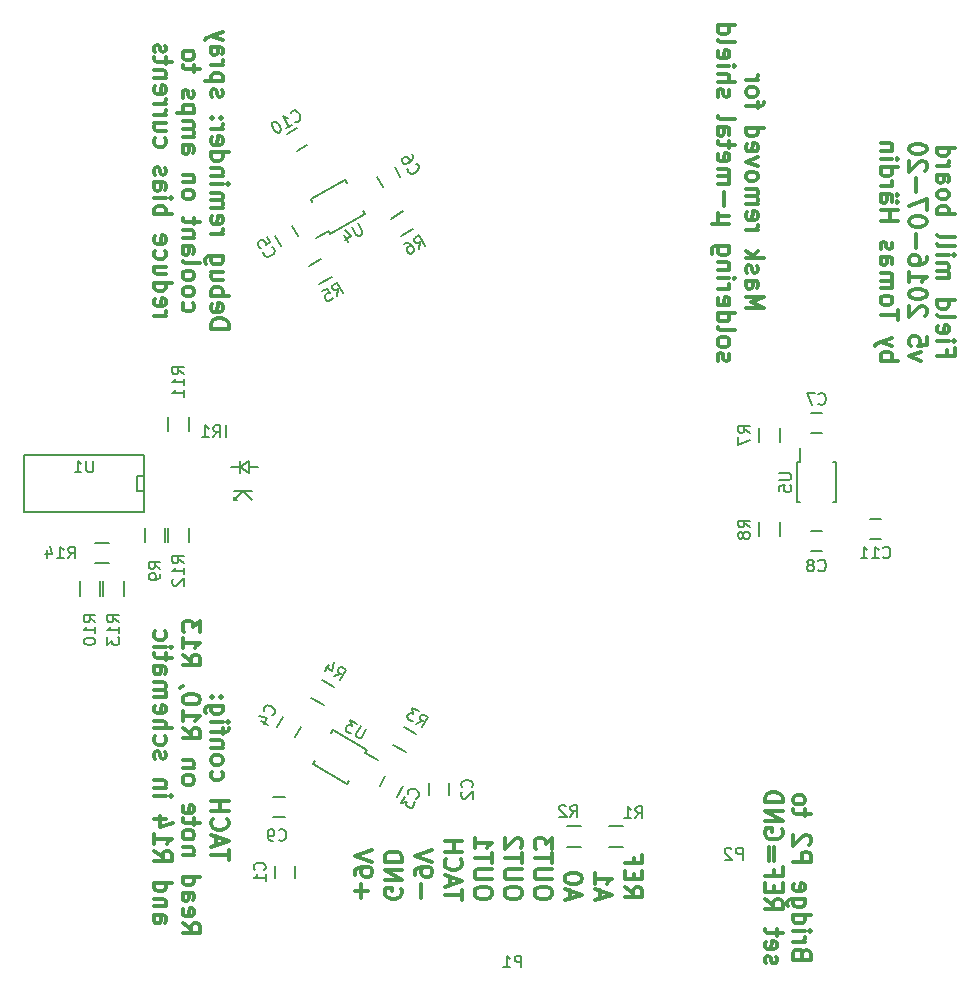
<source format=gbo>
G04 #@! TF.FileFunction,Legend,Bot*
%FSLAX46Y46*%
G04 Gerber Fmt 4.6, Leading zero omitted, Abs format (unit mm)*
G04 Created by KiCad (PCBNEW 4.0.2-stable) date Wed 20 Jul 2016 06:47:56 PM CEST*
%MOMM*%
G01*
G04 APERTURE LIST*
%ADD10C,0.100000*%
%ADD11C,0.300000*%
%ADD12C,0.150000*%
G04 APERTURE END LIST*
D10*
D11*
X75721429Y-86999999D02*
X77221429Y-86999999D01*
X77221429Y-86642856D01*
X77150000Y-86428571D01*
X77007143Y-86285713D01*
X76864286Y-86214285D01*
X76578571Y-86142856D01*
X76364286Y-86142856D01*
X76078571Y-86214285D01*
X75935714Y-86285713D01*
X75792857Y-86428571D01*
X75721429Y-86642856D01*
X75721429Y-86999999D01*
X75792857Y-84928571D02*
X75721429Y-85071428D01*
X75721429Y-85357142D01*
X75792857Y-85499999D01*
X75935714Y-85571428D01*
X76507143Y-85571428D01*
X76650000Y-85499999D01*
X76721429Y-85357142D01*
X76721429Y-85071428D01*
X76650000Y-84928571D01*
X76507143Y-84857142D01*
X76364286Y-84857142D01*
X76221429Y-85571428D01*
X75721429Y-84214285D02*
X77221429Y-84214285D01*
X76650000Y-84214285D02*
X76721429Y-84071428D01*
X76721429Y-83785714D01*
X76650000Y-83642857D01*
X76578571Y-83571428D01*
X76435714Y-83499999D01*
X76007143Y-83499999D01*
X75864286Y-83571428D01*
X75792857Y-83642857D01*
X75721429Y-83785714D01*
X75721429Y-84071428D01*
X75792857Y-84214285D01*
X76721429Y-82214285D02*
X75721429Y-82214285D01*
X76721429Y-82857142D02*
X75935714Y-82857142D01*
X75792857Y-82785714D01*
X75721429Y-82642856D01*
X75721429Y-82428571D01*
X75792857Y-82285714D01*
X75864286Y-82214285D01*
X76721429Y-80857142D02*
X75507143Y-80857142D01*
X75364286Y-80928571D01*
X75292857Y-80999999D01*
X75221429Y-81142856D01*
X75221429Y-81357142D01*
X75292857Y-81499999D01*
X75792857Y-80857142D02*
X75721429Y-80999999D01*
X75721429Y-81285713D01*
X75792857Y-81428571D01*
X75864286Y-81499999D01*
X76007143Y-81571428D01*
X76435714Y-81571428D01*
X76578571Y-81499999D01*
X76650000Y-81428571D01*
X76721429Y-81285713D01*
X76721429Y-80999999D01*
X76650000Y-80857142D01*
X75721429Y-78999999D02*
X76721429Y-78999999D01*
X76435714Y-78999999D02*
X76578571Y-78928571D01*
X76650000Y-78857142D01*
X76721429Y-78714285D01*
X76721429Y-78571428D01*
X75792857Y-77500000D02*
X75721429Y-77642857D01*
X75721429Y-77928571D01*
X75792857Y-78071428D01*
X75935714Y-78142857D01*
X76507143Y-78142857D01*
X76650000Y-78071428D01*
X76721429Y-77928571D01*
X76721429Y-77642857D01*
X76650000Y-77500000D01*
X76507143Y-77428571D01*
X76364286Y-77428571D01*
X76221429Y-78142857D01*
X75721429Y-76785714D02*
X76721429Y-76785714D01*
X76578571Y-76785714D02*
X76650000Y-76714286D01*
X76721429Y-76571428D01*
X76721429Y-76357143D01*
X76650000Y-76214286D01*
X76507143Y-76142857D01*
X75721429Y-76142857D01*
X76507143Y-76142857D02*
X76650000Y-76071428D01*
X76721429Y-75928571D01*
X76721429Y-75714286D01*
X76650000Y-75571428D01*
X76507143Y-75500000D01*
X75721429Y-75500000D01*
X75721429Y-74785714D02*
X76721429Y-74785714D01*
X77221429Y-74785714D02*
X77150000Y-74857143D01*
X77078571Y-74785714D01*
X77150000Y-74714286D01*
X77221429Y-74785714D01*
X77078571Y-74785714D01*
X76721429Y-74071428D02*
X75721429Y-74071428D01*
X76578571Y-74071428D02*
X76650000Y-74000000D01*
X76721429Y-73857142D01*
X76721429Y-73642857D01*
X76650000Y-73500000D01*
X76507143Y-73428571D01*
X75721429Y-73428571D01*
X75721429Y-72071428D02*
X77221429Y-72071428D01*
X75792857Y-72071428D02*
X75721429Y-72214285D01*
X75721429Y-72499999D01*
X75792857Y-72642857D01*
X75864286Y-72714285D01*
X76007143Y-72785714D01*
X76435714Y-72785714D01*
X76578571Y-72714285D01*
X76650000Y-72642857D01*
X76721429Y-72499999D01*
X76721429Y-72214285D01*
X76650000Y-72071428D01*
X75792857Y-70785714D02*
X75721429Y-70928571D01*
X75721429Y-71214285D01*
X75792857Y-71357142D01*
X75935714Y-71428571D01*
X76507143Y-71428571D01*
X76650000Y-71357142D01*
X76721429Y-71214285D01*
X76721429Y-70928571D01*
X76650000Y-70785714D01*
X76507143Y-70714285D01*
X76364286Y-70714285D01*
X76221429Y-71428571D01*
X75721429Y-70071428D02*
X76721429Y-70071428D01*
X76435714Y-70071428D02*
X76578571Y-70000000D01*
X76650000Y-69928571D01*
X76721429Y-69785714D01*
X76721429Y-69642857D01*
X75864286Y-69142857D02*
X75792857Y-69071429D01*
X75721429Y-69142857D01*
X75792857Y-69214286D01*
X75864286Y-69142857D01*
X75721429Y-69142857D01*
X76650000Y-69142857D02*
X76578571Y-69071429D01*
X76507143Y-69142857D01*
X76578571Y-69214286D01*
X76650000Y-69142857D01*
X76507143Y-69142857D01*
X75792857Y-67357143D02*
X75721429Y-67214286D01*
X75721429Y-66928571D01*
X75792857Y-66785714D01*
X75935714Y-66714286D01*
X76007143Y-66714286D01*
X76150000Y-66785714D01*
X76221429Y-66928571D01*
X76221429Y-67142857D01*
X76292857Y-67285714D01*
X76435714Y-67357143D01*
X76507143Y-67357143D01*
X76650000Y-67285714D01*
X76721429Y-67142857D01*
X76721429Y-66928571D01*
X76650000Y-66785714D01*
X76721429Y-66071428D02*
X75221429Y-66071428D01*
X76650000Y-66071428D02*
X76721429Y-65928571D01*
X76721429Y-65642857D01*
X76650000Y-65500000D01*
X76578571Y-65428571D01*
X76435714Y-65357142D01*
X76007143Y-65357142D01*
X75864286Y-65428571D01*
X75792857Y-65500000D01*
X75721429Y-65642857D01*
X75721429Y-65928571D01*
X75792857Y-66071428D01*
X75721429Y-64714285D02*
X76721429Y-64714285D01*
X76435714Y-64714285D02*
X76578571Y-64642857D01*
X76650000Y-64571428D01*
X76721429Y-64428571D01*
X76721429Y-64285714D01*
X75721429Y-63142857D02*
X76507143Y-63142857D01*
X76650000Y-63214286D01*
X76721429Y-63357143D01*
X76721429Y-63642857D01*
X76650000Y-63785714D01*
X75792857Y-63142857D02*
X75721429Y-63285714D01*
X75721429Y-63642857D01*
X75792857Y-63785714D01*
X75935714Y-63857143D01*
X76078571Y-63857143D01*
X76221429Y-63785714D01*
X76292857Y-63642857D01*
X76292857Y-63285714D01*
X76364286Y-63142857D01*
X76721429Y-62571428D02*
X75721429Y-62214285D01*
X76721429Y-61857143D02*
X75721429Y-62214285D01*
X75364286Y-62357143D01*
X75292857Y-62428571D01*
X75221429Y-62571428D01*
X73392857Y-84821429D02*
X73321429Y-84964286D01*
X73321429Y-85250000D01*
X73392857Y-85392858D01*
X73464286Y-85464286D01*
X73607143Y-85535715D01*
X74035714Y-85535715D01*
X74178571Y-85464286D01*
X74250000Y-85392858D01*
X74321429Y-85250000D01*
X74321429Y-84964286D01*
X74250000Y-84821429D01*
X73321429Y-83964286D02*
X73392857Y-84107144D01*
X73464286Y-84178572D01*
X73607143Y-84250001D01*
X74035714Y-84250001D01*
X74178571Y-84178572D01*
X74250000Y-84107144D01*
X74321429Y-83964286D01*
X74321429Y-83750001D01*
X74250000Y-83607144D01*
X74178571Y-83535715D01*
X74035714Y-83464286D01*
X73607143Y-83464286D01*
X73464286Y-83535715D01*
X73392857Y-83607144D01*
X73321429Y-83750001D01*
X73321429Y-83964286D01*
X73321429Y-82607143D02*
X73392857Y-82750001D01*
X73464286Y-82821429D01*
X73607143Y-82892858D01*
X74035714Y-82892858D01*
X74178571Y-82821429D01*
X74250000Y-82750001D01*
X74321429Y-82607143D01*
X74321429Y-82392858D01*
X74250000Y-82250001D01*
X74178571Y-82178572D01*
X74035714Y-82107143D01*
X73607143Y-82107143D01*
X73464286Y-82178572D01*
X73392857Y-82250001D01*
X73321429Y-82392858D01*
X73321429Y-82607143D01*
X73321429Y-81250000D02*
X73392857Y-81392858D01*
X73535714Y-81464286D01*
X74821429Y-81464286D01*
X73321429Y-80035715D02*
X74107143Y-80035715D01*
X74250000Y-80107144D01*
X74321429Y-80250001D01*
X74321429Y-80535715D01*
X74250000Y-80678572D01*
X73392857Y-80035715D02*
X73321429Y-80178572D01*
X73321429Y-80535715D01*
X73392857Y-80678572D01*
X73535714Y-80750001D01*
X73678571Y-80750001D01*
X73821429Y-80678572D01*
X73892857Y-80535715D01*
X73892857Y-80178572D01*
X73964286Y-80035715D01*
X74321429Y-79321429D02*
X73321429Y-79321429D01*
X74178571Y-79321429D02*
X74250000Y-79250001D01*
X74321429Y-79107143D01*
X74321429Y-78892858D01*
X74250000Y-78750001D01*
X74107143Y-78678572D01*
X73321429Y-78678572D01*
X74321429Y-78178572D02*
X74321429Y-77607143D01*
X74821429Y-77964286D02*
X73535714Y-77964286D01*
X73392857Y-77892858D01*
X73321429Y-77750000D01*
X73321429Y-77607143D01*
X73321429Y-75750000D02*
X73392857Y-75892858D01*
X73464286Y-75964286D01*
X73607143Y-76035715D01*
X74035714Y-76035715D01*
X74178571Y-75964286D01*
X74250000Y-75892858D01*
X74321429Y-75750000D01*
X74321429Y-75535715D01*
X74250000Y-75392858D01*
X74178571Y-75321429D01*
X74035714Y-75250000D01*
X73607143Y-75250000D01*
X73464286Y-75321429D01*
X73392857Y-75392858D01*
X73321429Y-75535715D01*
X73321429Y-75750000D01*
X74321429Y-74607143D02*
X73321429Y-74607143D01*
X74178571Y-74607143D02*
X74250000Y-74535715D01*
X74321429Y-74392857D01*
X74321429Y-74178572D01*
X74250000Y-74035715D01*
X74107143Y-73964286D01*
X73321429Y-73964286D01*
X73321429Y-71464286D02*
X74107143Y-71464286D01*
X74250000Y-71535715D01*
X74321429Y-71678572D01*
X74321429Y-71964286D01*
X74250000Y-72107143D01*
X73392857Y-71464286D02*
X73321429Y-71607143D01*
X73321429Y-71964286D01*
X73392857Y-72107143D01*
X73535714Y-72178572D01*
X73678571Y-72178572D01*
X73821429Y-72107143D01*
X73892857Y-71964286D01*
X73892857Y-71607143D01*
X73964286Y-71464286D01*
X73321429Y-70750000D02*
X74321429Y-70750000D01*
X74178571Y-70750000D02*
X74250000Y-70678572D01*
X74321429Y-70535714D01*
X74321429Y-70321429D01*
X74250000Y-70178572D01*
X74107143Y-70107143D01*
X73321429Y-70107143D01*
X74107143Y-70107143D02*
X74250000Y-70035714D01*
X74321429Y-69892857D01*
X74321429Y-69678572D01*
X74250000Y-69535714D01*
X74107143Y-69464286D01*
X73321429Y-69464286D01*
X74321429Y-68750000D02*
X72821429Y-68750000D01*
X74250000Y-68750000D02*
X74321429Y-68607143D01*
X74321429Y-68321429D01*
X74250000Y-68178572D01*
X74178571Y-68107143D01*
X74035714Y-68035714D01*
X73607143Y-68035714D01*
X73464286Y-68107143D01*
X73392857Y-68178572D01*
X73321429Y-68321429D01*
X73321429Y-68607143D01*
X73392857Y-68750000D01*
X73392857Y-67464286D02*
X73321429Y-67321429D01*
X73321429Y-67035714D01*
X73392857Y-66892857D01*
X73535714Y-66821429D01*
X73607143Y-66821429D01*
X73750000Y-66892857D01*
X73821429Y-67035714D01*
X73821429Y-67250000D01*
X73892857Y-67392857D01*
X74035714Y-67464286D01*
X74107143Y-67464286D01*
X74250000Y-67392857D01*
X74321429Y-67250000D01*
X74321429Y-67035714D01*
X74250000Y-66892857D01*
X74321429Y-65250000D02*
X74321429Y-64678571D01*
X74821429Y-65035714D02*
X73535714Y-65035714D01*
X73392857Y-64964286D01*
X73321429Y-64821428D01*
X73321429Y-64678571D01*
X73321429Y-63964285D02*
X73392857Y-64107143D01*
X73464286Y-64178571D01*
X73607143Y-64250000D01*
X74035714Y-64250000D01*
X74178571Y-64178571D01*
X74250000Y-64107143D01*
X74321429Y-63964285D01*
X74321429Y-63750000D01*
X74250000Y-63607143D01*
X74178571Y-63535714D01*
X74035714Y-63464285D01*
X73607143Y-63464285D01*
X73464286Y-63535714D01*
X73392857Y-63607143D01*
X73321429Y-63750000D01*
X73321429Y-63964285D01*
X70921429Y-85964285D02*
X71921429Y-85964285D01*
X71635714Y-85964285D02*
X71778571Y-85892857D01*
X71850000Y-85821428D01*
X71921429Y-85678571D01*
X71921429Y-85535714D01*
X70992857Y-84464286D02*
X70921429Y-84607143D01*
X70921429Y-84892857D01*
X70992857Y-85035714D01*
X71135714Y-85107143D01*
X71707143Y-85107143D01*
X71850000Y-85035714D01*
X71921429Y-84892857D01*
X71921429Y-84607143D01*
X71850000Y-84464286D01*
X71707143Y-84392857D01*
X71564286Y-84392857D01*
X71421429Y-85107143D01*
X70921429Y-83107143D02*
X72421429Y-83107143D01*
X70992857Y-83107143D02*
X70921429Y-83250000D01*
X70921429Y-83535714D01*
X70992857Y-83678572D01*
X71064286Y-83750000D01*
X71207143Y-83821429D01*
X71635714Y-83821429D01*
X71778571Y-83750000D01*
X71850000Y-83678572D01*
X71921429Y-83535714D01*
X71921429Y-83250000D01*
X71850000Y-83107143D01*
X71921429Y-81750000D02*
X70921429Y-81750000D01*
X71921429Y-82392857D02*
X71135714Y-82392857D01*
X70992857Y-82321429D01*
X70921429Y-82178571D01*
X70921429Y-81964286D01*
X70992857Y-81821429D01*
X71064286Y-81750000D01*
X70992857Y-80392857D02*
X70921429Y-80535714D01*
X70921429Y-80821428D01*
X70992857Y-80964286D01*
X71064286Y-81035714D01*
X71207143Y-81107143D01*
X71635714Y-81107143D01*
X71778571Y-81035714D01*
X71850000Y-80964286D01*
X71921429Y-80821428D01*
X71921429Y-80535714D01*
X71850000Y-80392857D01*
X70992857Y-79178572D02*
X70921429Y-79321429D01*
X70921429Y-79607143D01*
X70992857Y-79750000D01*
X71135714Y-79821429D01*
X71707143Y-79821429D01*
X71850000Y-79750000D01*
X71921429Y-79607143D01*
X71921429Y-79321429D01*
X71850000Y-79178572D01*
X71707143Y-79107143D01*
X71564286Y-79107143D01*
X71421429Y-79821429D01*
X70921429Y-77321429D02*
X72421429Y-77321429D01*
X71850000Y-77321429D02*
X71921429Y-77178572D01*
X71921429Y-76892858D01*
X71850000Y-76750001D01*
X71778571Y-76678572D01*
X71635714Y-76607143D01*
X71207143Y-76607143D01*
X71064286Y-76678572D01*
X70992857Y-76750001D01*
X70921429Y-76892858D01*
X70921429Y-77178572D01*
X70992857Y-77321429D01*
X70921429Y-75964286D02*
X71921429Y-75964286D01*
X72421429Y-75964286D02*
X72350000Y-76035715D01*
X72278571Y-75964286D01*
X72350000Y-75892858D01*
X72421429Y-75964286D01*
X72278571Y-75964286D01*
X70921429Y-74607143D02*
X71707143Y-74607143D01*
X71850000Y-74678572D01*
X71921429Y-74821429D01*
X71921429Y-75107143D01*
X71850000Y-75250000D01*
X70992857Y-74607143D02*
X70921429Y-74750000D01*
X70921429Y-75107143D01*
X70992857Y-75250000D01*
X71135714Y-75321429D01*
X71278571Y-75321429D01*
X71421429Y-75250000D01*
X71492857Y-75107143D01*
X71492857Y-74750000D01*
X71564286Y-74607143D01*
X70992857Y-73964286D02*
X70921429Y-73821429D01*
X70921429Y-73535714D01*
X70992857Y-73392857D01*
X71135714Y-73321429D01*
X71207143Y-73321429D01*
X71350000Y-73392857D01*
X71421429Y-73535714D01*
X71421429Y-73750000D01*
X71492857Y-73892857D01*
X71635714Y-73964286D01*
X71707143Y-73964286D01*
X71850000Y-73892857D01*
X71921429Y-73750000D01*
X71921429Y-73535714D01*
X71850000Y-73392857D01*
X70992857Y-70892857D02*
X70921429Y-71035714D01*
X70921429Y-71321428D01*
X70992857Y-71464286D01*
X71064286Y-71535714D01*
X71207143Y-71607143D01*
X71635714Y-71607143D01*
X71778571Y-71535714D01*
X71850000Y-71464286D01*
X71921429Y-71321428D01*
X71921429Y-71035714D01*
X71850000Y-70892857D01*
X71921429Y-69607143D02*
X70921429Y-69607143D01*
X71921429Y-70250000D02*
X71135714Y-70250000D01*
X70992857Y-70178572D01*
X70921429Y-70035714D01*
X70921429Y-69821429D01*
X70992857Y-69678572D01*
X71064286Y-69607143D01*
X70921429Y-68892857D02*
X71921429Y-68892857D01*
X71635714Y-68892857D02*
X71778571Y-68821429D01*
X71850000Y-68750000D01*
X71921429Y-68607143D01*
X71921429Y-68464286D01*
X70921429Y-67964286D02*
X71921429Y-67964286D01*
X71635714Y-67964286D02*
X71778571Y-67892858D01*
X71850000Y-67821429D01*
X71921429Y-67678572D01*
X71921429Y-67535715D01*
X70992857Y-66464287D02*
X70921429Y-66607144D01*
X70921429Y-66892858D01*
X70992857Y-67035715D01*
X71135714Y-67107144D01*
X71707143Y-67107144D01*
X71850000Y-67035715D01*
X71921429Y-66892858D01*
X71921429Y-66607144D01*
X71850000Y-66464287D01*
X71707143Y-66392858D01*
X71564286Y-66392858D01*
X71421429Y-67107144D01*
X71921429Y-65750001D02*
X70921429Y-65750001D01*
X71778571Y-65750001D02*
X71850000Y-65678573D01*
X71921429Y-65535715D01*
X71921429Y-65321430D01*
X71850000Y-65178573D01*
X71707143Y-65107144D01*
X70921429Y-65107144D01*
X71921429Y-64607144D02*
X71921429Y-64035715D01*
X72421429Y-64392858D02*
X71135714Y-64392858D01*
X70992857Y-64321430D01*
X70921429Y-64178572D01*
X70921429Y-64035715D01*
X70992857Y-63607144D02*
X70921429Y-63464287D01*
X70921429Y-63178572D01*
X70992857Y-63035715D01*
X71135714Y-62964287D01*
X71207143Y-62964287D01*
X71350000Y-63035715D01*
X71421429Y-63178572D01*
X71421429Y-63392858D01*
X71492857Y-63535715D01*
X71635714Y-63607144D01*
X71707143Y-63607144D01*
X71850000Y-63535715D01*
X71921429Y-63392858D01*
X71921429Y-63178572D01*
X71850000Y-63035715D01*
X77221429Y-132000000D02*
X77221429Y-131142857D01*
X75721429Y-131571428D02*
X77221429Y-131571428D01*
X76150000Y-130714286D02*
X76150000Y-130000000D01*
X75721429Y-130857143D02*
X77221429Y-130357143D01*
X75721429Y-129857143D01*
X75864286Y-128500000D02*
X75792857Y-128571429D01*
X75721429Y-128785715D01*
X75721429Y-128928572D01*
X75792857Y-129142857D01*
X75935714Y-129285715D01*
X76078571Y-129357143D01*
X76364286Y-129428572D01*
X76578571Y-129428572D01*
X76864286Y-129357143D01*
X77007143Y-129285715D01*
X77150000Y-129142857D01*
X77221429Y-128928572D01*
X77221429Y-128785715D01*
X77150000Y-128571429D01*
X77078571Y-128500000D01*
X75721429Y-127857143D02*
X77221429Y-127857143D01*
X76507143Y-127857143D02*
X76507143Y-127000000D01*
X75721429Y-127000000D02*
X77221429Y-127000000D01*
X75792857Y-124500000D02*
X75721429Y-124642857D01*
X75721429Y-124928571D01*
X75792857Y-125071429D01*
X75864286Y-125142857D01*
X76007143Y-125214286D01*
X76435714Y-125214286D01*
X76578571Y-125142857D01*
X76650000Y-125071429D01*
X76721429Y-124928571D01*
X76721429Y-124642857D01*
X76650000Y-124500000D01*
X75721429Y-123642857D02*
X75792857Y-123785715D01*
X75864286Y-123857143D01*
X76007143Y-123928572D01*
X76435714Y-123928572D01*
X76578571Y-123857143D01*
X76650000Y-123785715D01*
X76721429Y-123642857D01*
X76721429Y-123428572D01*
X76650000Y-123285715D01*
X76578571Y-123214286D01*
X76435714Y-123142857D01*
X76007143Y-123142857D01*
X75864286Y-123214286D01*
X75792857Y-123285715D01*
X75721429Y-123428572D01*
X75721429Y-123642857D01*
X76721429Y-122500000D02*
X75721429Y-122500000D01*
X76578571Y-122500000D02*
X76650000Y-122428572D01*
X76721429Y-122285714D01*
X76721429Y-122071429D01*
X76650000Y-121928572D01*
X76507143Y-121857143D01*
X75721429Y-121857143D01*
X76721429Y-121357143D02*
X76721429Y-120785714D01*
X75721429Y-121142857D02*
X77007143Y-121142857D01*
X77150000Y-121071429D01*
X77221429Y-120928571D01*
X77221429Y-120785714D01*
X75721429Y-120285714D02*
X76721429Y-120285714D01*
X77221429Y-120285714D02*
X77150000Y-120357143D01*
X77078571Y-120285714D01*
X77150000Y-120214286D01*
X77221429Y-120285714D01*
X77078571Y-120285714D01*
X76721429Y-118928571D02*
X75507143Y-118928571D01*
X75364286Y-119000000D01*
X75292857Y-119071428D01*
X75221429Y-119214285D01*
X75221429Y-119428571D01*
X75292857Y-119571428D01*
X75792857Y-118928571D02*
X75721429Y-119071428D01*
X75721429Y-119357142D01*
X75792857Y-119500000D01*
X75864286Y-119571428D01*
X76007143Y-119642857D01*
X76435714Y-119642857D01*
X76578571Y-119571428D01*
X76650000Y-119500000D01*
X76721429Y-119357142D01*
X76721429Y-119071428D01*
X76650000Y-118928571D01*
X75864286Y-118214285D02*
X75792857Y-118142857D01*
X75721429Y-118214285D01*
X75792857Y-118285714D01*
X75864286Y-118214285D01*
X75721429Y-118214285D01*
X76650000Y-118214285D02*
X76578571Y-118142857D01*
X76507143Y-118214285D01*
X76578571Y-118285714D01*
X76650000Y-118214285D01*
X76507143Y-118214285D01*
X73321429Y-137321427D02*
X74035714Y-137821427D01*
X73321429Y-138178570D02*
X74821429Y-138178570D01*
X74821429Y-137607142D01*
X74750000Y-137464284D01*
X74678571Y-137392856D01*
X74535714Y-137321427D01*
X74321429Y-137321427D01*
X74178571Y-137392856D01*
X74107143Y-137464284D01*
X74035714Y-137607142D01*
X74035714Y-138178570D01*
X73392857Y-136107142D02*
X73321429Y-136249999D01*
X73321429Y-136535713D01*
X73392857Y-136678570D01*
X73535714Y-136749999D01*
X74107143Y-136749999D01*
X74250000Y-136678570D01*
X74321429Y-136535713D01*
X74321429Y-136249999D01*
X74250000Y-136107142D01*
X74107143Y-136035713D01*
X73964286Y-136035713D01*
X73821429Y-136749999D01*
X73321429Y-134749999D02*
X74107143Y-134749999D01*
X74250000Y-134821428D01*
X74321429Y-134964285D01*
X74321429Y-135249999D01*
X74250000Y-135392856D01*
X73392857Y-134749999D02*
X73321429Y-134892856D01*
X73321429Y-135249999D01*
X73392857Y-135392856D01*
X73535714Y-135464285D01*
X73678571Y-135464285D01*
X73821429Y-135392856D01*
X73892857Y-135249999D01*
X73892857Y-134892856D01*
X73964286Y-134749999D01*
X73321429Y-133392856D02*
X74821429Y-133392856D01*
X73392857Y-133392856D02*
X73321429Y-133535713D01*
X73321429Y-133821427D01*
X73392857Y-133964285D01*
X73464286Y-134035713D01*
X73607143Y-134107142D01*
X74035714Y-134107142D01*
X74178571Y-134035713D01*
X74250000Y-133964285D01*
X74321429Y-133821427D01*
X74321429Y-133535713D01*
X74250000Y-133392856D01*
X74321429Y-131535713D02*
X73321429Y-131535713D01*
X74178571Y-131535713D02*
X74250000Y-131464285D01*
X74321429Y-131321427D01*
X74321429Y-131107142D01*
X74250000Y-130964285D01*
X74107143Y-130892856D01*
X73321429Y-130892856D01*
X73321429Y-129964284D02*
X73392857Y-130107142D01*
X73464286Y-130178570D01*
X73607143Y-130249999D01*
X74035714Y-130249999D01*
X74178571Y-130178570D01*
X74250000Y-130107142D01*
X74321429Y-129964284D01*
X74321429Y-129749999D01*
X74250000Y-129607142D01*
X74178571Y-129535713D01*
X74035714Y-129464284D01*
X73607143Y-129464284D01*
X73464286Y-129535713D01*
X73392857Y-129607142D01*
X73321429Y-129749999D01*
X73321429Y-129964284D01*
X74321429Y-129035713D02*
X74321429Y-128464284D01*
X74821429Y-128821427D02*
X73535714Y-128821427D01*
X73392857Y-128749999D01*
X73321429Y-128607141D01*
X73321429Y-128464284D01*
X73392857Y-127392856D02*
X73321429Y-127535713D01*
X73321429Y-127821427D01*
X73392857Y-127964284D01*
X73535714Y-128035713D01*
X74107143Y-128035713D01*
X74250000Y-127964284D01*
X74321429Y-127821427D01*
X74321429Y-127535713D01*
X74250000Y-127392856D01*
X74107143Y-127321427D01*
X73964286Y-127321427D01*
X73821429Y-128035713D01*
X73321429Y-125321427D02*
X73392857Y-125464285D01*
X73464286Y-125535713D01*
X73607143Y-125607142D01*
X74035714Y-125607142D01*
X74178571Y-125535713D01*
X74250000Y-125464285D01*
X74321429Y-125321427D01*
X74321429Y-125107142D01*
X74250000Y-124964285D01*
X74178571Y-124892856D01*
X74035714Y-124821427D01*
X73607143Y-124821427D01*
X73464286Y-124892856D01*
X73392857Y-124964285D01*
X73321429Y-125107142D01*
X73321429Y-125321427D01*
X74321429Y-124178570D02*
X73321429Y-124178570D01*
X74178571Y-124178570D02*
X74250000Y-124107142D01*
X74321429Y-123964284D01*
X74321429Y-123749999D01*
X74250000Y-123607142D01*
X74107143Y-123535713D01*
X73321429Y-123535713D01*
X73321429Y-120821427D02*
X74035714Y-121321427D01*
X73321429Y-121678570D02*
X74821429Y-121678570D01*
X74821429Y-121107142D01*
X74750000Y-120964284D01*
X74678571Y-120892856D01*
X74535714Y-120821427D01*
X74321429Y-120821427D01*
X74178571Y-120892856D01*
X74107143Y-120964284D01*
X74035714Y-121107142D01*
X74035714Y-121678570D01*
X73321429Y-119392856D02*
X73321429Y-120249999D01*
X73321429Y-119821427D02*
X74821429Y-119821427D01*
X74607143Y-119964284D01*
X74464286Y-120107142D01*
X74392857Y-120249999D01*
X74821429Y-118464285D02*
X74821429Y-118321428D01*
X74750000Y-118178571D01*
X74678571Y-118107142D01*
X74535714Y-118035713D01*
X74250000Y-117964285D01*
X73892857Y-117964285D01*
X73607143Y-118035713D01*
X73464286Y-118107142D01*
X73392857Y-118178571D01*
X73321429Y-118321428D01*
X73321429Y-118464285D01*
X73392857Y-118607142D01*
X73464286Y-118678571D01*
X73607143Y-118749999D01*
X73892857Y-118821428D01*
X74250000Y-118821428D01*
X74535714Y-118749999D01*
X74678571Y-118678571D01*
X74750000Y-118607142D01*
X74821429Y-118464285D01*
X73392857Y-117250000D02*
X73321429Y-117250000D01*
X73178571Y-117321428D01*
X73107143Y-117392857D01*
X73321429Y-114607142D02*
X74035714Y-115107142D01*
X73321429Y-115464285D02*
X74821429Y-115464285D01*
X74821429Y-114892857D01*
X74750000Y-114749999D01*
X74678571Y-114678571D01*
X74535714Y-114607142D01*
X74321429Y-114607142D01*
X74178571Y-114678571D01*
X74107143Y-114749999D01*
X74035714Y-114892857D01*
X74035714Y-115464285D01*
X73321429Y-113178571D02*
X73321429Y-114035714D01*
X73321429Y-113607142D02*
X74821429Y-113607142D01*
X74607143Y-113749999D01*
X74464286Y-113892857D01*
X74392857Y-114035714D01*
X74821429Y-112678571D02*
X74821429Y-111750000D01*
X74250000Y-112250000D01*
X74250000Y-112035714D01*
X74178571Y-111892857D01*
X74107143Y-111821428D01*
X73964286Y-111750000D01*
X73607143Y-111750000D01*
X73464286Y-111821428D01*
X73392857Y-111892857D01*
X73321429Y-112035714D01*
X73321429Y-112464286D01*
X73392857Y-112607143D01*
X73464286Y-112678571D01*
X70921429Y-136642857D02*
X71707143Y-136642857D01*
X71850000Y-136714286D01*
X71921429Y-136857143D01*
X71921429Y-137142857D01*
X71850000Y-137285714D01*
X70992857Y-136642857D02*
X70921429Y-136785714D01*
X70921429Y-137142857D01*
X70992857Y-137285714D01*
X71135714Y-137357143D01*
X71278571Y-137357143D01*
X71421429Y-137285714D01*
X71492857Y-137142857D01*
X71492857Y-136785714D01*
X71564286Y-136642857D01*
X71921429Y-135928571D02*
X70921429Y-135928571D01*
X71778571Y-135928571D02*
X71850000Y-135857143D01*
X71921429Y-135714285D01*
X71921429Y-135500000D01*
X71850000Y-135357143D01*
X71707143Y-135285714D01*
X70921429Y-135285714D01*
X70921429Y-133928571D02*
X72421429Y-133928571D01*
X70992857Y-133928571D02*
X70921429Y-134071428D01*
X70921429Y-134357142D01*
X70992857Y-134500000D01*
X71064286Y-134571428D01*
X71207143Y-134642857D01*
X71635714Y-134642857D01*
X71778571Y-134571428D01*
X71850000Y-134500000D01*
X71921429Y-134357142D01*
X71921429Y-134071428D01*
X71850000Y-133928571D01*
X70921429Y-131214285D02*
X71635714Y-131714285D01*
X70921429Y-132071428D02*
X72421429Y-132071428D01*
X72421429Y-131500000D01*
X72350000Y-131357142D01*
X72278571Y-131285714D01*
X72135714Y-131214285D01*
X71921429Y-131214285D01*
X71778571Y-131285714D01*
X71707143Y-131357142D01*
X71635714Y-131500000D01*
X71635714Y-132071428D01*
X70921429Y-129785714D02*
X70921429Y-130642857D01*
X70921429Y-130214285D02*
X72421429Y-130214285D01*
X72207143Y-130357142D01*
X72064286Y-130500000D01*
X71992857Y-130642857D01*
X71921429Y-128500000D02*
X70921429Y-128500000D01*
X72492857Y-128857143D02*
X71421429Y-129214286D01*
X71421429Y-128285714D01*
X70921429Y-126571429D02*
X71921429Y-126571429D01*
X72421429Y-126571429D02*
X72350000Y-126642858D01*
X72278571Y-126571429D01*
X72350000Y-126500001D01*
X72421429Y-126571429D01*
X72278571Y-126571429D01*
X71921429Y-125857143D02*
X70921429Y-125857143D01*
X71778571Y-125857143D02*
X71850000Y-125785715D01*
X71921429Y-125642857D01*
X71921429Y-125428572D01*
X71850000Y-125285715D01*
X71707143Y-125214286D01*
X70921429Y-125214286D01*
X70992857Y-123428572D02*
X70921429Y-123285715D01*
X70921429Y-123000000D01*
X70992857Y-122857143D01*
X71135714Y-122785715D01*
X71207143Y-122785715D01*
X71350000Y-122857143D01*
X71421429Y-123000000D01*
X71421429Y-123214286D01*
X71492857Y-123357143D01*
X71635714Y-123428572D01*
X71707143Y-123428572D01*
X71850000Y-123357143D01*
X71921429Y-123214286D01*
X71921429Y-123000000D01*
X71850000Y-122857143D01*
X70992857Y-121500000D02*
X70921429Y-121642857D01*
X70921429Y-121928571D01*
X70992857Y-122071429D01*
X71064286Y-122142857D01*
X71207143Y-122214286D01*
X71635714Y-122214286D01*
X71778571Y-122142857D01*
X71850000Y-122071429D01*
X71921429Y-121928571D01*
X71921429Y-121642857D01*
X71850000Y-121500000D01*
X70921429Y-120857143D02*
X72421429Y-120857143D01*
X70921429Y-120214286D02*
X71707143Y-120214286D01*
X71850000Y-120285715D01*
X71921429Y-120428572D01*
X71921429Y-120642857D01*
X71850000Y-120785715D01*
X71778571Y-120857143D01*
X70992857Y-118928572D02*
X70921429Y-119071429D01*
X70921429Y-119357143D01*
X70992857Y-119500000D01*
X71135714Y-119571429D01*
X71707143Y-119571429D01*
X71850000Y-119500000D01*
X71921429Y-119357143D01*
X71921429Y-119071429D01*
X71850000Y-118928572D01*
X71707143Y-118857143D01*
X71564286Y-118857143D01*
X71421429Y-119571429D01*
X70921429Y-118214286D02*
X71921429Y-118214286D01*
X71778571Y-118214286D02*
X71850000Y-118142858D01*
X71921429Y-118000000D01*
X71921429Y-117785715D01*
X71850000Y-117642858D01*
X71707143Y-117571429D01*
X70921429Y-117571429D01*
X71707143Y-117571429D02*
X71850000Y-117500000D01*
X71921429Y-117357143D01*
X71921429Y-117142858D01*
X71850000Y-117000000D01*
X71707143Y-116928572D01*
X70921429Y-116928572D01*
X70921429Y-115571429D02*
X71707143Y-115571429D01*
X71850000Y-115642858D01*
X71921429Y-115785715D01*
X71921429Y-116071429D01*
X71850000Y-116214286D01*
X70992857Y-115571429D02*
X70921429Y-115714286D01*
X70921429Y-116071429D01*
X70992857Y-116214286D01*
X71135714Y-116285715D01*
X71278571Y-116285715D01*
X71421429Y-116214286D01*
X71492857Y-116071429D01*
X71492857Y-115714286D01*
X71564286Y-115571429D01*
X71921429Y-115071429D02*
X71921429Y-114500000D01*
X72421429Y-114857143D02*
X71135714Y-114857143D01*
X70992857Y-114785715D01*
X70921429Y-114642857D01*
X70921429Y-114500000D01*
X70921429Y-114000000D02*
X71921429Y-114000000D01*
X72421429Y-114000000D02*
X72350000Y-114071429D01*
X72278571Y-114000000D01*
X72350000Y-113928572D01*
X72421429Y-114000000D01*
X72278571Y-114000000D01*
X70992857Y-112642857D02*
X70921429Y-112785714D01*
X70921429Y-113071428D01*
X70992857Y-113214286D01*
X71064286Y-113285714D01*
X71207143Y-113357143D01*
X71635714Y-113357143D01*
X71778571Y-113285714D01*
X71850000Y-113214286D01*
X71921429Y-113071428D01*
X71921429Y-112785714D01*
X71850000Y-112642857D01*
X121021429Y-85285714D02*
X122521429Y-85285714D01*
X121450000Y-84785714D01*
X122521429Y-84285714D01*
X121021429Y-84285714D01*
X121021429Y-82928571D02*
X121807143Y-82928571D01*
X121950000Y-83000000D01*
X122021429Y-83142857D01*
X122021429Y-83428571D01*
X121950000Y-83571428D01*
X121092857Y-82928571D02*
X121021429Y-83071428D01*
X121021429Y-83428571D01*
X121092857Y-83571428D01*
X121235714Y-83642857D01*
X121378571Y-83642857D01*
X121521429Y-83571428D01*
X121592857Y-83428571D01*
X121592857Y-83071428D01*
X121664286Y-82928571D01*
X121092857Y-82285714D02*
X121021429Y-82142857D01*
X121021429Y-81857142D01*
X121092857Y-81714285D01*
X121235714Y-81642857D01*
X121307143Y-81642857D01*
X121450000Y-81714285D01*
X121521429Y-81857142D01*
X121521429Y-82071428D01*
X121592857Y-82214285D01*
X121735714Y-82285714D01*
X121807143Y-82285714D01*
X121950000Y-82214285D01*
X122021429Y-82071428D01*
X122021429Y-81857142D01*
X121950000Y-81714285D01*
X121021429Y-80999999D02*
X122521429Y-80999999D01*
X121592857Y-80857142D02*
X121021429Y-80428571D01*
X122021429Y-80428571D02*
X121450000Y-80999999D01*
X121021429Y-78642856D02*
X122021429Y-78642856D01*
X121735714Y-78642856D02*
X121878571Y-78571428D01*
X121950000Y-78499999D01*
X122021429Y-78357142D01*
X122021429Y-78214285D01*
X121092857Y-77142857D02*
X121021429Y-77285714D01*
X121021429Y-77571428D01*
X121092857Y-77714285D01*
X121235714Y-77785714D01*
X121807143Y-77785714D01*
X121950000Y-77714285D01*
X122021429Y-77571428D01*
X122021429Y-77285714D01*
X121950000Y-77142857D01*
X121807143Y-77071428D01*
X121664286Y-77071428D01*
X121521429Y-77785714D01*
X121021429Y-76428571D02*
X122021429Y-76428571D01*
X121878571Y-76428571D02*
X121950000Y-76357143D01*
X122021429Y-76214285D01*
X122021429Y-76000000D01*
X121950000Y-75857143D01*
X121807143Y-75785714D01*
X121021429Y-75785714D01*
X121807143Y-75785714D02*
X121950000Y-75714285D01*
X122021429Y-75571428D01*
X122021429Y-75357143D01*
X121950000Y-75214285D01*
X121807143Y-75142857D01*
X121021429Y-75142857D01*
X121021429Y-74214285D02*
X121092857Y-74357143D01*
X121164286Y-74428571D01*
X121307143Y-74500000D01*
X121735714Y-74500000D01*
X121878571Y-74428571D01*
X121950000Y-74357143D01*
X122021429Y-74214285D01*
X122021429Y-74000000D01*
X121950000Y-73857143D01*
X121878571Y-73785714D01*
X121735714Y-73714285D01*
X121307143Y-73714285D01*
X121164286Y-73785714D01*
X121092857Y-73857143D01*
X121021429Y-74000000D01*
X121021429Y-74214285D01*
X122021429Y-73214285D02*
X121021429Y-72857142D01*
X122021429Y-72500000D01*
X121092857Y-71357143D02*
X121021429Y-71500000D01*
X121021429Y-71785714D01*
X121092857Y-71928571D01*
X121235714Y-72000000D01*
X121807143Y-72000000D01*
X121950000Y-71928571D01*
X122021429Y-71785714D01*
X122021429Y-71500000D01*
X121950000Y-71357143D01*
X121807143Y-71285714D01*
X121664286Y-71285714D01*
X121521429Y-72000000D01*
X121021429Y-70000000D02*
X122521429Y-70000000D01*
X121092857Y-70000000D02*
X121021429Y-70142857D01*
X121021429Y-70428571D01*
X121092857Y-70571429D01*
X121164286Y-70642857D01*
X121307143Y-70714286D01*
X121735714Y-70714286D01*
X121878571Y-70642857D01*
X121950000Y-70571429D01*
X122021429Y-70428571D01*
X122021429Y-70142857D01*
X121950000Y-70000000D01*
X122021429Y-68357143D02*
X122021429Y-67785714D01*
X121021429Y-68142857D02*
X122307143Y-68142857D01*
X122450000Y-68071429D01*
X122521429Y-67928571D01*
X122521429Y-67785714D01*
X121021429Y-67071428D02*
X121092857Y-67214286D01*
X121164286Y-67285714D01*
X121307143Y-67357143D01*
X121735714Y-67357143D01*
X121878571Y-67285714D01*
X121950000Y-67214286D01*
X122021429Y-67071428D01*
X122021429Y-66857143D01*
X121950000Y-66714286D01*
X121878571Y-66642857D01*
X121735714Y-66571428D01*
X121307143Y-66571428D01*
X121164286Y-66642857D01*
X121092857Y-66714286D01*
X121021429Y-66857143D01*
X121021429Y-67071428D01*
X121021429Y-65928571D02*
X122021429Y-65928571D01*
X121735714Y-65928571D02*
X121878571Y-65857143D01*
X121950000Y-65785714D01*
X122021429Y-65642857D01*
X122021429Y-65500000D01*
X118692857Y-89750000D02*
X118621429Y-89607143D01*
X118621429Y-89321428D01*
X118692857Y-89178571D01*
X118835714Y-89107143D01*
X118907143Y-89107143D01*
X119050000Y-89178571D01*
X119121429Y-89321428D01*
X119121429Y-89535714D01*
X119192857Y-89678571D01*
X119335714Y-89750000D01*
X119407143Y-89750000D01*
X119550000Y-89678571D01*
X119621429Y-89535714D01*
X119621429Y-89321428D01*
X119550000Y-89178571D01*
X118621429Y-88249999D02*
X118692857Y-88392857D01*
X118764286Y-88464285D01*
X118907143Y-88535714D01*
X119335714Y-88535714D01*
X119478571Y-88464285D01*
X119550000Y-88392857D01*
X119621429Y-88249999D01*
X119621429Y-88035714D01*
X119550000Y-87892857D01*
X119478571Y-87821428D01*
X119335714Y-87749999D01*
X118907143Y-87749999D01*
X118764286Y-87821428D01*
X118692857Y-87892857D01*
X118621429Y-88035714D01*
X118621429Y-88249999D01*
X118621429Y-86892856D02*
X118692857Y-87035714D01*
X118835714Y-87107142D01*
X120121429Y-87107142D01*
X118621429Y-85678571D02*
X120121429Y-85678571D01*
X118692857Y-85678571D02*
X118621429Y-85821428D01*
X118621429Y-86107142D01*
X118692857Y-86250000D01*
X118764286Y-86321428D01*
X118907143Y-86392857D01*
X119335714Y-86392857D01*
X119478571Y-86321428D01*
X119550000Y-86250000D01*
X119621429Y-86107142D01*
X119621429Y-85821428D01*
X119550000Y-85678571D01*
X118692857Y-84392857D02*
X118621429Y-84535714D01*
X118621429Y-84821428D01*
X118692857Y-84964285D01*
X118835714Y-85035714D01*
X119407143Y-85035714D01*
X119550000Y-84964285D01*
X119621429Y-84821428D01*
X119621429Y-84535714D01*
X119550000Y-84392857D01*
X119407143Y-84321428D01*
X119264286Y-84321428D01*
X119121429Y-85035714D01*
X118621429Y-83678571D02*
X119621429Y-83678571D01*
X119335714Y-83678571D02*
X119478571Y-83607143D01*
X119550000Y-83535714D01*
X119621429Y-83392857D01*
X119621429Y-83250000D01*
X118621429Y-82750000D02*
X119621429Y-82750000D01*
X120121429Y-82750000D02*
X120050000Y-82821429D01*
X119978571Y-82750000D01*
X120050000Y-82678572D01*
X120121429Y-82750000D01*
X119978571Y-82750000D01*
X119621429Y-82035714D02*
X118621429Y-82035714D01*
X119478571Y-82035714D02*
X119550000Y-81964286D01*
X119621429Y-81821428D01*
X119621429Y-81607143D01*
X119550000Y-81464286D01*
X119407143Y-81392857D01*
X118621429Y-81392857D01*
X119621429Y-80035714D02*
X118407143Y-80035714D01*
X118264286Y-80107143D01*
X118192857Y-80178571D01*
X118121429Y-80321428D01*
X118121429Y-80535714D01*
X118192857Y-80678571D01*
X118692857Y-80035714D02*
X118621429Y-80178571D01*
X118621429Y-80464285D01*
X118692857Y-80607143D01*
X118764286Y-80678571D01*
X118907143Y-80750000D01*
X119335714Y-80750000D01*
X119478571Y-80678571D01*
X119550000Y-80607143D01*
X119621429Y-80464285D01*
X119621429Y-80178571D01*
X119550000Y-80035714D01*
X119621429Y-78178571D02*
X118121429Y-78178571D01*
X118835714Y-77464285D02*
X118692857Y-77392857D01*
X118621429Y-77250000D01*
X118835714Y-78178571D02*
X118692857Y-78107143D01*
X118621429Y-77964285D01*
X118621429Y-77678571D01*
X118692857Y-77535714D01*
X118835714Y-77464285D01*
X119621429Y-77464285D01*
X119192857Y-76607142D02*
X119192857Y-75464285D01*
X118621429Y-74749999D02*
X119621429Y-74749999D01*
X119478571Y-74749999D02*
X119550000Y-74678571D01*
X119621429Y-74535713D01*
X119621429Y-74321428D01*
X119550000Y-74178571D01*
X119407143Y-74107142D01*
X118621429Y-74107142D01*
X119407143Y-74107142D02*
X119550000Y-74035713D01*
X119621429Y-73892856D01*
X119621429Y-73678571D01*
X119550000Y-73535713D01*
X119407143Y-73464285D01*
X118621429Y-73464285D01*
X118692857Y-72178571D02*
X118621429Y-72321428D01*
X118621429Y-72607142D01*
X118692857Y-72749999D01*
X118835714Y-72821428D01*
X119407143Y-72821428D01*
X119550000Y-72749999D01*
X119621429Y-72607142D01*
X119621429Y-72321428D01*
X119550000Y-72178571D01*
X119407143Y-72107142D01*
X119264286Y-72107142D01*
X119121429Y-72821428D01*
X119621429Y-71678571D02*
X119621429Y-71107142D01*
X120121429Y-71464285D02*
X118835714Y-71464285D01*
X118692857Y-71392857D01*
X118621429Y-71249999D01*
X118621429Y-71107142D01*
X118621429Y-69964285D02*
X119407143Y-69964285D01*
X119550000Y-70035714D01*
X119621429Y-70178571D01*
X119621429Y-70464285D01*
X119550000Y-70607142D01*
X118692857Y-69964285D02*
X118621429Y-70107142D01*
X118621429Y-70464285D01*
X118692857Y-70607142D01*
X118835714Y-70678571D01*
X118978571Y-70678571D01*
X119121429Y-70607142D01*
X119192857Y-70464285D01*
X119192857Y-70107142D01*
X119264286Y-69964285D01*
X118621429Y-69035713D02*
X118692857Y-69178571D01*
X118835714Y-69249999D01*
X120121429Y-69249999D01*
X118692857Y-67392857D02*
X118621429Y-67250000D01*
X118621429Y-66964285D01*
X118692857Y-66821428D01*
X118835714Y-66750000D01*
X118907143Y-66750000D01*
X119050000Y-66821428D01*
X119121429Y-66964285D01*
X119121429Y-67178571D01*
X119192857Y-67321428D01*
X119335714Y-67392857D01*
X119407143Y-67392857D01*
X119550000Y-67321428D01*
X119621429Y-67178571D01*
X119621429Y-66964285D01*
X119550000Y-66821428D01*
X118621429Y-66107142D02*
X120121429Y-66107142D01*
X118621429Y-65464285D02*
X119407143Y-65464285D01*
X119550000Y-65535714D01*
X119621429Y-65678571D01*
X119621429Y-65892856D01*
X119550000Y-66035714D01*
X119478571Y-66107142D01*
X118621429Y-64749999D02*
X119621429Y-64749999D01*
X120121429Y-64749999D02*
X120050000Y-64821428D01*
X119978571Y-64749999D01*
X120050000Y-64678571D01*
X120121429Y-64749999D01*
X119978571Y-64749999D01*
X118692857Y-63464285D02*
X118621429Y-63607142D01*
X118621429Y-63892856D01*
X118692857Y-64035713D01*
X118835714Y-64107142D01*
X119407143Y-64107142D01*
X119550000Y-64035713D01*
X119621429Y-63892856D01*
X119621429Y-63607142D01*
X119550000Y-63464285D01*
X119407143Y-63392856D01*
X119264286Y-63392856D01*
X119121429Y-64107142D01*
X118621429Y-62535713D02*
X118692857Y-62678571D01*
X118835714Y-62749999D01*
X120121429Y-62749999D01*
X118621429Y-61321428D02*
X120121429Y-61321428D01*
X118692857Y-61321428D02*
X118621429Y-61464285D01*
X118621429Y-61749999D01*
X118692857Y-61892857D01*
X118764286Y-61964285D01*
X118907143Y-62035714D01*
X119335714Y-62035714D01*
X119478571Y-61964285D01*
X119550000Y-61892857D01*
X119621429Y-61749999D01*
X119621429Y-61464285D01*
X119550000Y-61321428D01*
X125807143Y-139928571D02*
X125735714Y-139714285D01*
X125664286Y-139642857D01*
X125521429Y-139571428D01*
X125307143Y-139571428D01*
X125164286Y-139642857D01*
X125092857Y-139714285D01*
X125021429Y-139857143D01*
X125021429Y-140428571D01*
X126521429Y-140428571D01*
X126521429Y-139928571D01*
X126450000Y-139785714D01*
X126378571Y-139714285D01*
X126235714Y-139642857D01*
X126092857Y-139642857D01*
X125950000Y-139714285D01*
X125878571Y-139785714D01*
X125807143Y-139928571D01*
X125807143Y-140428571D01*
X125021429Y-138928571D02*
X126021429Y-138928571D01*
X125735714Y-138928571D02*
X125878571Y-138857143D01*
X125950000Y-138785714D01*
X126021429Y-138642857D01*
X126021429Y-138500000D01*
X125021429Y-138000000D02*
X126021429Y-138000000D01*
X126521429Y-138000000D02*
X126450000Y-138071429D01*
X126378571Y-138000000D01*
X126450000Y-137928572D01*
X126521429Y-138000000D01*
X126378571Y-138000000D01*
X125021429Y-136642857D02*
X126521429Y-136642857D01*
X125092857Y-136642857D02*
X125021429Y-136785714D01*
X125021429Y-137071428D01*
X125092857Y-137214286D01*
X125164286Y-137285714D01*
X125307143Y-137357143D01*
X125735714Y-137357143D01*
X125878571Y-137285714D01*
X125950000Y-137214286D01*
X126021429Y-137071428D01*
X126021429Y-136785714D01*
X125950000Y-136642857D01*
X126021429Y-135285714D02*
X124807143Y-135285714D01*
X124664286Y-135357143D01*
X124592857Y-135428571D01*
X124521429Y-135571428D01*
X124521429Y-135785714D01*
X124592857Y-135928571D01*
X125092857Y-135285714D02*
X125021429Y-135428571D01*
X125021429Y-135714285D01*
X125092857Y-135857143D01*
X125164286Y-135928571D01*
X125307143Y-136000000D01*
X125735714Y-136000000D01*
X125878571Y-135928571D01*
X125950000Y-135857143D01*
X126021429Y-135714285D01*
X126021429Y-135428571D01*
X125950000Y-135285714D01*
X125092857Y-134000000D02*
X125021429Y-134142857D01*
X125021429Y-134428571D01*
X125092857Y-134571428D01*
X125235714Y-134642857D01*
X125807143Y-134642857D01*
X125950000Y-134571428D01*
X126021429Y-134428571D01*
X126021429Y-134142857D01*
X125950000Y-134000000D01*
X125807143Y-133928571D01*
X125664286Y-133928571D01*
X125521429Y-134642857D01*
X125021429Y-132142857D02*
X126521429Y-132142857D01*
X126521429Y-131571429D01*
X126450000Y-131428571D01*
X126378571Y-131357143D01*
X126235714Y-131285714D01*
X126021429Y-131285714D01*
X125878571Y-131357143D01*
X125807143Y-131428571D01*
X125735714Y-131571429D01*
X125735714Y-132142857D01*
X126378571Y-130714286D02*
X126450000Y-130642857D01*
X126521429Y-130500000D01*
X126521429Y-130142857D01*
X126450000Y-130000000D01*
X126378571Y-129928571D01*
X126235714Y-129857143D01*
X126092857Y-129857143D01*
X125878571Y-129928571D01*
X125021429Y-130785714D01*
X125021429Y-129857143D01*
X126021429Y-128285715D02*
X126021429Y-127714286D01*
X126521429Y-128071429D02*
X125235714Y-128071429D01*
X125092857Y-128000001D01*
X125021429Y-127857143D01*
X125021429Y-127714286D01*
X125021429Y-127000000D02*
X125092857Y-127142858D01*
X125164286Y-127214286D01*
X125307143Y-127285715D01*
X125735714Y-127285715D01*
X125878571Y-127214286D01*
X125950000Y-127142858D01*
X126021429Y-127000000D01*
X126021429Y-126785715D01*
X125950000Y-126642858D01*
X125878571Y-126571429D01*
X125735714Y-126500000D01*
X125307143Y-126500000D01*
X125164286Y-126571429D01*
X125092857Y-126642858D01*
X125021429Y-126785715D01*
X125021429Y-127000000D01*
X122692857Y-140750000D02*
X122621429Y-140607143D01*
X122621429Y-140321428D01*
X122692857Y-140178571D01*
X122835714Y-140107143D01*
X122907143Y-140107143D01*
X123050000Y-140178571D01*
X123121429Y-140321428D01*
X123121429Y-140535714D01*
X123192857Y-140678571D01*
X123335714Y-140750000D01*
X123407143Y-140750000D01*
X123550000Y-140678571D01*
X123621429Y-140535714D01*
X123621429Y-140321428D01*
X123550000Y-140178571D01*
X122692857Y-138892857D02*
X122621429Y-139035714D01*
X122621429Y-139321428D01*
X122692857Y-139464285D01*
X122835714Y-139535714D01*
X123407143Y-139535714D01*
X123550000Y-139464285D01*
X123621429Y-139321428D01*
X123621429Y-139035714D01*
X123550000Y-138892857D01*
X123407143Y-138821428D01*
X123264286Y-138821428D01*
X123121429Y-139535714D01*
X123621429Y-138392857D02*
X123621429Y-137821428D01*
X124121429Y-138178571D02*
X122835714Y-138178571D01*
X122692857Y-138107143D01*
X122621429Y-137964285D01*
X122621429Y-137821428D01*
X122621429Y-135321428D02*
X123335714Y-135821428D01*
X122621429Y-136178571D02*
X124121429Y-136178571D01*
X124121429Y-135607143D01*
X124050000Y-135464285D01*
X123978571Y-135392857D01*
X123835714Y-135321428D01*
X123621429Y-135321428D01*
X123478571Y-135392857D01*
X123407143Y-135464285D01*
X123335714Y-135607143D01*
X123335714Y-136178571D01*
X123407143Y-134678571D02*
X123407143Y-134178571D01*
X122621429Y-133964285D02*
X122621429Y-134678571D01*
X124121429Y-134678571D01*
X124121429Y-133964285D01*
X123407143Y-132821428D02*
X123407143Y-133321428D01*
X122621429Y-133321428D02*
X124121429Y-133321428D01*
X124121429Y-132607142D01*
X123407143Y-132035714D02*
X123407143Y-130892857D01*
X122978571Y-130892857D02*
X122978571Y-132035714D01*
X124050000Y-129392857D02*
X124121429Y-129535714D01*
X124121429Y-129750000D01*
X124050000Y-129964285D01*
X123907143Y-130107143D01*
X123764286Y-130178571D01*
X123478571Y-130250000D01*
X123264286Y-130250000D01*
X122978571Y-130178571D01*
X122835714Y-130107143D01*
X122692857Y-129964285D01*
X122621429Y-129750000D01*
X122621429Y-129607143D01*
X122692857Y-129392857D01*
X122764286Y-129321428D01*
X123264286Y-129321428D01*
X123264286Y-129607143D01*
X122621429Y-128678571D02*
X124121429Y-128678571D01*
X122621429Y-127821428D01*
X124121429Y-127821428D01*
X122621429Y-127107142D02*
X124121429Y-127107142D01*
X124121429Y-126749999D01*
X124050000Y-126535714D01*
X123907143Y-126392856D01*
X123764286Y-126321428D01*
X123478571Y-126249999D01*
X123264286Y-126249999D01*
X122978571Y-126321428D01*
X122835714Y-126392856D01*
X122692857Y-126535714D01*
X122621429Y-126749999D01*
X122621429Y-127107142D01*
X88462857Y-135202857D02*
X88462857Y-134060000D01*
X87891429Y-134631429D02*
X89034286Y-134631429D01*
X87891429Y-133274286D02*
X87891429Y-132988571D01*
X87962857Y-132845714D01*
X88034286Y-132774286D01*
X88248571Y-132631428D01*
X88534286Y-132560000D01*
X89105714Y-132560000D01*
X89248571Y-132631428D01*
X89320000Y-132702857D01*
X89391429Y-132845714D01*
X89391429Y-133131428D01*
X89320000Y-133274286D01*
X89248571Y-133345714D01*
X89105714Y-133417143D01*
X88748571Y-133417143D01*
X88605714Y-133345714D01*
X88534286Y-133274286D01*
X88462857Y-133131428D01*
X88462857Y-132845714D01*
X88534286Y-132702857D01*
X88605714Y-132631428D01*
X88748571Y-132560000D01*
X89391429Y-132131429D02*
X87891429Y-131631429D01*
X89391429Y-131131429D01*
X91860000Y-134417143D02*
X91931429Y-134560000D01*
X91931429Y-134774286D01*
X91860000Y-134988571D01*
X91717143Y-135131429D01*
X91574286Y-135202857D01*
X91288571Y-135274286D01*
X91074286Y-135274286D01*
X90788571Y-135202857D01*
X90645714Y-135131429D01*
X90502857Y-134988571D01*
X90431429Y-134774286D01*
X90431429Y-134631429D01*
X90502857Y-134417143D01*
X90574286Y-134345714D01*
X91074286Y-134345714D01*
X91074286Y-134631429D01*
X90431429Y-133702857D02*
X91931429Y-133702857D01*
X90431429Y-132845714D01*
X91931429Y-132845714D01*
X90431429Y-132131428D02*
X91931429Y-132131428D01*
X91931429Y-131774285D01*
X91860000Y-131560000D01*
X91717143Y-131417142D01*
X91574286Y-131345714D01*
X91288571Y-131274285D01*
X91074286Y-131274285D01*
X90788571Y-131345714D01*
X90645714Y-131417142D01*
X90502857Y-131560000D01*
X90431429Y-131774285D01*
X90431429Y-132131428D01*
X93542857Y-135202857D02*
X93542857Y-134060000D01*
X92971429Y-133274286D02*
X92971429Y-132988571D01*
X93042857Y-132845714D01*
X93114286Y-132774286D01*
X93328571Y-132631428D01*
X93614286Y-132560000D01*
X94185714Y-132560000D01*
X94328571Y-132631428D01*
X94400000Y-132702857D01*
X94471429Y-132845714D01*
X94471429Y-133131428D01*
X94400000Y-133274286D01*
X94328571Y-133345714D01*
X94185714Y-133417143D01*
X93828571Y-133417143D01*
X93685714Y-133345714D01*
X93614286Y-133274286D01*
X93542857Y-133131428D01*
X93542857Y-132845714D01*
X93614286Y-132702857D01*
X93685714Y-132631428D01*
X93828571Y-132560000D01*
X94471429Y-132131429D02*
X92971429Y-131631429D01*
X94471429Y-131131429D01*
X97011429Y-135417143D02*
X97011429Y-134560000D01*
X95511429Y-134988571D02*
X97011429Y-134988571D01*
X95940000Y-134131429D02*
X95940000Y-133417143D01*
X95511429Y-134274286D02*
X97011429Y-133774286D01*
X95511429Y-133274286D01*
X95654286Y-131917143D02*
X95582857Y-131988572D01*
X95511429Y-132202858D01*
X95511429Y-132345715D01*
X95582857Y-132560000D01*
X95725714Y-132702858D01*
X95868571Y-132774286D01*
X96154286Y-132845715D01*
X96368571Y-132845715D01*
X96654286Y-132774286D01*
X96797143Y-132702858D01*
X96940000Y-132560000D01*
X97011429Y-132345715D01*
X97011429Y-132202858D01*
X96940000Y-131988572D01*
X96868571Y-131917143D01*
X95511429Y-131274286D02*
X97011429Y-131274286D01*
X96297143Y-131274286D02*
X96297143Y-130417143D01*
X95511429Y-130417143D02*
X97011429Y-130417143D01*
X99551429Y-134917143D02*
X99551429Y-134631429D01*
X99480000Y-134488571D01*
X99337143Y-134345714D01*
X99051429Y-134274286D01*
X98551429Y-134274286D01*
X98265714Y-134345714D01*
X98122857Y-134488571D01*
X98051429Y-134631429D01*
X98051429Y-134917143D01*
X98122857Y-135060000D01*
X98265714Y-135202857D01*
X98551429Y-135274286D01*
X99051429Y-135274286D01*
X99337143Y-135202857D01*
X99480000Y-135060000D01*
X99551429Y-134917143D01*
X99551429Y-133631428D02*
X98337143Y-133631428D01*
X98194286Y-133560000D01*
X98122857Y-133488571D01*
X98051429Y-133345714D01*
X98051429Y-133060000D01*
X98122857Y-132917142D01*
X98194286Y-132845714D01*
X98337143Y-132774285D01*
X99551429Y-132774285D01*
X99551429Y-132274285D02*
X99551429Y-131417142D01*
X98051429Y-131845713D02*
X99551429Y-131845713D01*
X98051429Y-130131428D02*
X98051429Y-130988571D01*
X98051429Y-130559999D02*
X99551429Y-130559999D01*
X99337143Y-130702856D01*
X99194286Y-130845714D01*
X99122857Y-130988571D01*
X102091429Y-134917143D02*
X102091429Y-134631429D01*
X102020000Y-134488571D01*
X101877143Y-134345714D01*
X101591429Y-134274286D01*
X101091429Y-134274286D01*
X100805714Y-134345714D01*
X100662857Y-134488571D01*
X100591429Y-134631429D01*
X100591429Y-134917143D01*
X100662857Y-135060000D01*
X100805714Y-135202857D01*
X101091429Y-135274286D01*
X101591429Y-135274286D01*
X101877143Y-135202857D01*
X102020000Y-135060000D01*
X102091429Y-134917143D01*
X102091429Y-133631428D02*
X100877143Y-133631428D01*
X100734286Y-133560000D01*
X100662857Y-133488571D01*
X100591429Y-133345714D01*
X100591429Y-133060000D01*
X100662857Y-132917142D01*
X100734286Y-132845714D01*
X100877143Y-132774285D01*
X102091429Y-132774285D01*
X102091429Y-132274285D02*
X102091429Y-131417142D01*
X100591429Y-131845713D02*
X102091429Y-131845713D01*
X101948571Y-130988571D02*
X102020000Y-130917142D01*
X102091429Y-130774285D01*
X102091429Y-130417142D01*
X102020000Y-130274285D01*
X101948571Y-130202856D01*
X101805714Y-130131428D01*
X101662857Y-130131428D01*
X101448571Y-130202856D01*
X100591429Y-131059999D01*
X100591429Y-130131428D01*
X104631429Y-134917143D02*
X104631429Y-134631429D01*
X104560000Y-134488571D01*
X104417143Y-134345714D01*
X104131429Y-134274286D01*
X103631429Y-134274286D01*
X103345714Y-134345714D01*
X103202857Y-134488571D01*
X103131429Y-134631429D01*
X103131429Y-134917143D01*
X103202857Y-135060000D01*
X103345714Y-135202857D01*
X103631429Y-135274286D01*
X104131429Y-135274286D01*
X104417143Y-135202857D01*
X104560000Y-135060000D01*
X104631429Y-134917143D01*
X104631429Y-133631428D02*
X103417143Y-133631428D01*
X103274286Y-133560000D01*
X103202857Y-133488571D01*
X103131429Y-133345714D01*
X103131429Y-133060000D01*
X103202857Y-132917142D01*
X103274286Y-132845714D01*
X103417143Y-132774285D01*
X104631429Y-132774285D01*
X104631429Y-132274285D02*
X104631429Y-131417142D01*
X103131429Y-131845713D02*
X104631429Y-131845713D01*
X104631429Y-131059999D02*
X104631429Y-130131428D01*
X104060000Y-130631428D01*
X104060000Y-130417142D01*
X103988571Y-130274285D01*
X103917143Y-130202856D01*
X103774286Y-130131428D01*
X103417143Y-130131428D01*
X103274286Y-130202856D01*
X103202857Y-130274285D01*
X103131429Y-130417142D01*
X103131429Y-130845714D01*
X103202857Y-130988571D01*
X103274286Y-131059999D01*
X106100000Y-135274286D02*
X106100000Y-134560000D01*
X105671429Y-135417143D02*
X107171429Y-134917143D01*
X105671429Y-134417143D01*
X107171429Y-133631429D02*
X107171429Y-133488572D01*
X107100000Y-133345715D01*
X107028571Y-133274286D01*
X106885714Y-133202857D01*
X106600000Y-133131429D01*
X106242857Y-133131429D01*
X105957143Y-133202857D01*
X105814286Y-133274286D01*
X105742857Y-133345715D01*
X105671429Y-133488572D01*
X105671429Y-133631429D01*
X105742857Y-133774286D01*
X105814286Y-133845715D01*
X105957143Y-133917143D01*
X106242857Y-133988572D01*
X106600000Y-133988572D01*
X106885714Y-133917143D01*
X107028571Y-133845715D01*
X107100000Y-133774286D01*
X107171429Y-133631429D01*
X108640000Y-135274286D02*
X108640000Y-134560000D01*
X108211429Y-135417143D02*
X109711429Y-134917143D01*
X108211429Y-134417143D01*
X108211429Y-133131429D02*
X108211429Y-133988572D01*
X108211429Y-133560000D02*
X109711429Y-133560000D01*
X109497143Y-133702857D01*
X109354286Y-133845715D01*
X109282857Y-133988572D01*
X110751429Y-134285714D02*
X111465714Y-134785714D01*
X110751429Y-135142857D02*
X112251429Y-135142857D01*
X112251429Y-134571429D01*
X112180000Y-134428571D01*
X112108571Y-134357143D01*
X111965714Y-134285714D01*
X111751429Y-134285714D01*
X111608571Y-134357143D01*
X111537143Y-134428571D01*
X111465714Y-134571429D01*
X111465714Y-135142857D01*
X111537143Y-133642857D02*
X111537143Y-133142857D01*
X110751429Y-132928571D02*
X110751429Y-133642857D01*
X112251429Y-133642857D01*
X112251429Y-132928571D01*
X111537143Y-131785714D02*
X111537143Y-132285714D01*
X110751429Y-132285714D02*
X112251429Y-132285714D01*
X112251429Y-131571428D01*
X138007143Y-88821428D02*
X138007143Y-89321428D01*
X137221429Y-89321428D02*
X138721429Y-89321428D01*
X138721429Y-88607142D01*
X137221429Y-88035714D02*
X138221429Y-88035714D01*
X138721429Y-88035714D02*
X138650000Y-88107143D01*
X138578571Y-88035714D01*
X138650000Y-87964286D01*
X138721429Y-88035714D01*
X138578571Y-88035714D01*
X137292857Y-86750000D02*
X137221429Y-86892857D01*
X137221429Y-87178571D01*
X137292857Y-87321428D01*
X137435714Y-87392857D01*
X138007143Y-87392857D01*
X138150000Y-87321428D01*
X138221429Y-87178571D01*
X138221429Y-86892857D01*
X138150000Y-86750000D01*
X138007143Y-86678571D01*
X137864286Y-86678571D01*
X137721429Y-87392857D01*
X137221429Y-85821428D02*
X137292857Y-85964286D01*
X137435714Y-86035714D01*
X138721429Y-86035714D01*
X137221429Y-84607143D02*
X138721429Y-84607143D01*
X137292857Y-84607143D02*
X137221429Y-84750000D01*
X137221429Y-85035714D01*
X137292857Y-85178572D01*
X137364286Y-85250000D01*
X137507143Y-85321429D01*
X137935714Y-85321429D01*
X138078571Y-85250000D01*
X138150000Y-85178572D01*
X138221429Y-85035714D01*
X138221429Y-84750000D01*
X138150000Y-84607143D01*
X137221429Y-82750000D02*
X138221429Y-82750000D01*
X138078571Y-82750000D02*
X138150000Y-82678572D01*
X138221429Y-82535714D01*
X138221429Y-82321429D01*
X138150000Y-82178572D01*
X138007143Y-82107143D01*
X137221429Y-82107143D01*
X138007143Y-82107143D02*
X138150000Y-82035714D01*
X138221429Y-81892857D01*
X138221429Y-81678572D01*
X138150000Y-81535714D01*
X138007143Y-81464286D01*
X137221429Y-81464286D01*
X137221429Y-80750000D02*
X138221429Y-80750000D01*
X138721429Y-80750000D02*
X138650000Y-80821429D01*
X138578571Y-80750000D01*
X138650000Y-80678572D01*
X138721429Y-80750000D01*
X138578571Y-80750000D01*
X137221429Y-79821428D02*
X137292857Y-79964286D01*
X137435714Y-80035714D01*
X138721429Y-80035714D01*
X137221429Y-79035714D02*
X137292857Y-79178572D01*
X137435714Y-79250000D01*
X138721429Y-79250000D01*
X137221429Y-77321429D02*
X138721429Y-77321429D01*
X138150000Y-77321429D02*
X138221429Y-77178572D01*
X138221429Y-76892858D01*
X138150000Y-76750001D01*
X138078571Y-76678572D01*
X137935714Y-76607143D01*
X137507143Y-76607143D01*
X137364286Y-76678572D01*
X137292857Y-76750001D01*
X137221429Y-76892858D01*
X137221429Y-77178572D01*
X137292857Y-77321429D01*
X137221429Y-75750000D02*
X137292857Y-75892858D01*
X137364286Y-75964286D01*
X137507143Y-76035715D01*
X137935714Y-76035715D01*
X138078571Y-75964286D01*
X138150000Y-75892858D01*
X138221429Y-75750000D01*
X138221429Y-75535715D01*
X138150000Y-75392858D01*
X138078571Y-75321429D01*
X137935714Y-75250000D01*
X137507143Y-75250000D01*
X137364286Y-75321429D01*
X137292857Y-75392858D01*
X137221429Y-75535715D01*
X137221429Y-75750000D01*
X137221429Y-73964286D02*
X138007143Y-73964286D01*
X138150000Y-74035715D01*
X138221429Y-74178572D01*
X138221429Y-74464286D01*
X138150000Y-74607143D01*
X137292857Y-73964286D02*
X137221429Y-74107143D01*
X137221429Y-74464286D01*
X137292857Y-74607143D01*
X137435714Y-74678572D01*
X137578571Y-74678572D01*
X137721429Y-74607143D01*
X137792857Y-74464286D01*
X137792857Y-74107143D01*
X137864286Y-73964286D01*
X137221429Y-73250000D02*
X138221429Y-73250000D01*
X137935714Y-73250000D02*
X138078571Y-73178572D01*
X138150000Y-73107143D01*
X138221429Y-72964286D01*
X138221429Y-72821429D01*
X137221429Y-71678572D02*
X138721429Y-71678572D01*
X137292857Y-71678572D02*
X137221429Y-71821429D01*
X137221429Y-72107143D01*
X137292857Y-72250001D01*
X137364286Y-72321429D01*
X137507143Y-72392858D01*
X137935714Y-72392858D01*
X138078571Y-72321429D01*
X138150000Y-72250001D01*
X138221429Y-72107143D01*
X138221429Y-71821429D01*
X138150000Y-71678572D01*
X135821429Y-89714283D02*
X134821429Y-89357140D01*
X135821429Y-88999998D01*
X136321429Y-87714283D02*
X136321429Y-88428569D01*
X135607143Y-88499998D01*
X135678571Y-88428569D01*
X135750000Y-88285712D01*
X135750000Y-87928569D01*
X135678571Y-87785712D01*
X135607143Y-87714283D01*
X135464286Y-87642855D01*
X135107143Y-87642855D01*
X134964286Y-87714283D01*
X134892857Y-87785712D01*
X134821429Y-87928569D01*
X134821429Y-88285712D01*
X134892857Y-88428569D01*
X134964286Y-88499998D01*
X136178571Y-85928570D02*
X136250000Y-85857141D01*
X136321429Y-85714284D01*
X136321429Y-85357141D01*
X136250000Y-85214284D01*
X136178571Y-85142855D01*
X136035714Y-85071427D01*
X135892857Y-85071427D01*
X135678571Y-85142855D01*
X134821429Y-85999998D01*
X134821429Y-85071427D01*
X136321429Y-84142856D02*
X136321429Y-83999999D01*
X136250000Y-83857142D01*
X136178571Y-83785713D01*
X136035714Y-83714284D01*
X135750000Y-83642856D01*
X135392857Y-83642856D01*
X135107143Y-83714284D01*
X134964286Y-83785713D01*
X134892857Y-83857142D01*
X134821429Y-83999999D01*
X134821429Y-84142856D01*
X134892857Y-84285713D01*
X134964286Y-84357142D01*
X135107143Y-84428570D01*
X135392857Y-84499999D01*
X135750000Y-84499999D01*
X136035714Y-84428570D01*
X136178571Y-84357142D01*
X136250000Y-84285713D01*
X136321429Y-84142856D01*
X134821429Y-82214285D02*
X134821429Y-83071428D01*
X134821429Y-82642856D02*
X136321429Y-82642856D01*
X136107143Y-82785713D01*
X135964286Y-82928571D01*
X135892857Y-83071428D01*
X136321429Y-80928571D02*
X136321429Y-81214285D01*
X136250000Y-81357142D01*
X136178571Y-81428571D01*
X135964286Y-81571428D01*
X135678571Y-81642857D01*
X135107143Y-81642857D01*
X134964286Y-81571428D01*
X134892857Y-81500000D01*
X134821429Y-81357142D01*
X134821429Y-81071428D01*
X134892857Y-80928571D01*
X134964286Y-80857142D01*
X135107143Y-80785714D01*
X135464286Y-80785714D01*
X135607143Y-80857142D01*
X135678571Y-80928571D01*
X135750000Y-81071428D01*
X135750000Y-81357142D01*
X135678571Y-81500000D01*
X135607143Y-81571428D01*
X135464286Y-81642857D01*
X135392857Y-80142857D02*
X135392857Y-79000000D01*
X136321429Y-78000000D02*
X136321429Y-77857143D01*
X136250000Y-77714286D01*
X136178571Y-77642857D01*
X136035714Y-77571428D01*
X135750000Y-77500000D01*
X135392857Y-77500000D01*
X135107143Y-77571428D01*
X134964286Y-77642857D01*
X134892857Y-77714286D01*
X134821429Y-77857143D01*
X134821429Y-78000000D01*
X134892857Y-78142857D01*
X134964286Y-78214286D01*
X135107143Y-78285714D01*
X135392857Y-78357143D01*
X135750000Y-78357143D01*
X136035714Y-78285714D01*
X136178571Y-78214286D01*
X136250000Y-78142857D01*
X136321429Y-78000000D01*
X136321429Y-77000000D02*
X136321429Y-76000000D01*
X134821429Y-76642857D01*
X135392857Y-75428572D02*
X135392857Y-74285715D01*
X136178571Y-73642858D02*
X136250000Y-73571429D01*
X136321429Y-73428572D01*
X136321429Y-73071429D01*
X136250000Y-72928572D01*
X136178571Y-72857143D01*
X136035714Y-72785715D01*
X135892857Y-72785715D01*
X135678571Y-72857143D01*
X134821429Y-73714286D01*
X134821429Y-72785715D01*
X136321429Y-71857144D02*
X136321429Y-71714287D01*
X136250000Y-71571430D01*
X136178571Y-71500001D01*
X136035714Y-71428572D01*
X135750000Y-71357144D01*
X135392857Y-71357144D01*
X135107143Y-71428572D01*
X134964286Y-71500001D01*
X134892857Y-71571430D01*
X134821429Y-71714287D01*
X134821429Y-71857144D01*
X134892857Y-72000001D01*
X134964286Y-72071430D01*
X135107143Y-72142858D01*
X135392857Y-72214287D01*
X135750000Y-72214287D01*
X136035714Y-72142858D01*
X136178571Y-72071430D01*
X136250000Y-72000001D01*
X136321429Y-71857144D01*
X132421429Y-89714286D02*
X133921429Y-89714286D01*
X133350000Y-89714286D02*
X133421429Y-89571429D01*
X133421429Y-89285715D01*
X133350000Y-89142858D01*
X133278571Y-89071429D01*
X133135714Y-89000000D01*
X132707143Y-89000000D01*
X132564286Y-89071429D01*
X132492857Y-89142858D01*
X132421429Y-89285715D01*
X132421429Y-89571429D01*
X132492857Y-89714286D01*
X133421429Y-88500000D02*
X132421429Y-88142857D01*
X133421429Y-87785715D02*
X132421429Y-88142857D01*
X132064286Y-88285715D01*
X131992857Y-88357143D01*
X131921429Y-88500000D01*
X133921429Y-86285715D02*
X133921429Y-85428572D01*
X132421429Y-85857143D02*
X133921429Y-85857143D01*
X132421429Y-84714286D02*
X132492857Y-84857144D01*
X132564286Y-84928572D01*
X132707143Y-85000001D01*
X133135714Y-85000001D01*
X133278571Y-84928572D01*
X133350000Y-84857144D01*
X133421429Y-84714286D01*
X133421429Y-84500001D01*
X133350000Y-84357144D01*
X133278571Y-84285715D01*
X133135714Y-84214286D01*
X132707143Y-84214286D01*
X132564286Y-84285715D01*
X132492857Y-84357144D01*
X132421429Y-84500001D01*
X132421429Y-84714286D01*
X132421429Y-83571429D02*
X133421429Y-83571429D01*
X133278571Y-83571429D02*
X133350000Y-83500001D01*
X133421429Y-83357143D01*
X133421429Y-83142858D01*
X133350000Y-83000001D01*
X133207143Y-82928572D01*
X132421429Y-82928572D01*
X133207143Y-82928572D02*
X133350000Y-82857143D01*
X133421429Y-82714286D01*
X133421429Y-82500001D01*
X133350000Y-82357143D01*
X133207143Y-82285715D01*
X132421429Y-82285715D01*
X132421429Y-80928572D02*
X133207143Y-80928572D01*
X133350000Y-81000001D01*
X133421429Y-81142858D01*
X133421429Y-81428572D01*
X133350000Y-81571429D01*
X132492857Y-80928572D02*
X132421429Y-81071429D01*
X132421429Y-81428572D01*
X132492857Y-81571429D01*
X132635714Y-81642858D01*
X132778571Y-81642858D01*
X132921429Y-81571429D01*
X132992857Y-81428572D01*
X132992857Y-81071429D01*
X133064286Y-80928572D01*
X132492857Y-80285715D02*
X132421429Y-80142858D01*
X132421429Y-79857143D01*
X132492857Y-79714286D01*
X132635714Y-79642858D01*
X132707143Y-79642858D01*
X132850000Y-79714286D01*
X132921429Y-79857143D01*
X132921429Y-80071429D01*
X132992857Y-80214286D01*
X133135714Y-80285715D01*
X133207143Y-80285715D01*
X133350000Y-80214286D01*
X133421429Y-80071429D01*
X133421429Y-79857143D01*
X133350000Y-79714286D01*
X132421429Y-77857143D02*
X133921429Y-77857143D01*
X133207143Y-77857143D02*
X133207143Y-77000000D01*
X132421429Y-77000000D02*
X133921429Y-77000000D01*
X132421429Y-75642857D02*
X133207143Y-75642857D01*
X133350000Y-75714286D01*
X133421429Y-75857143D01*
X133421429Y-76142857D01*
X133350000Y-76285714D01*
X132492857Y-75642857D02*
X132421429Y-75785714D01*
X132421429Y-76142857D01*
X132492857Y-76285714D01*
X132635714Y-76357143D01*
X132778571Y-76357143D01*
X132921429Y-76285714D01*
X132992857Y-76142857D01*
X132992857Y-75785714D01*
X133064286Y-75642857D01*
X133921429Y-76285714D02*
X133850000Y-76214286D01*
X133778571Y-76285714D01*
X133850000Y-76357143D01*
X133921429Y-76285714D01*
X133778571Y-76285714D01*
X133921429Y-75714286D02*
X133850000Y-75642857D01*
X133778571Y-75714286D01*
X133850000Y-75785714D01*
X133921429Y-75714286D01*
X133778571Y-75714286D01*
X132421429Y-74928571D02*
X133421429Y-74928571D01*
X133135714Y-74928571D02*
X133278571Y-74857143D01*
X133350000Y-74785714D01*
X133421429Y-74642857D01*
X133421429Y-74500000D01*
X132421429Y-73357143D02*
X133921429Y-73357143D01*
X132492857Y-73357143D02*
X132421429Y-73500000D01*
X132421429Y-73785714D01*
X132492857Y-73928572D01*
X132564286Y-74000000D01*
X132707143Y-74071429D01*
X133135714Y-74071429D01*
X133278571Y-74000000D01*
X133350000Y-73928572D01*
X133421429Y-73785714D01*
X133421429Y-73500000D01*
X133350000Y-73357143D01*
X132421429Y-72642857D02*
X133421429Y-72642857D01*
X133921429Y-72642857D02*
X133850000Y-72714286D01*
X133778571Y-72642857D01*
X133850000Y-72571429D01*
X133921429Y-72642857D01*
X133778571Y-72642857D01*
X133421429Y-71928571D02*
X132421429Y-71928571D01*
X133278571Y-71928571D02*
X133350000Y-71857143D01*
X133421429Y-71714285D01*
X133421429Y-71500000D01*
X133350000Y-71357143D01*
X133207143Y-71285714D01*
X132421429Y-71285714D01*
D12*
X85842678Y-78962775D02*
X85692678Y-78702967D01*
X88743864Y-77287775D02*
X88593864Y-77027967D01*
X87068864Y-74386589D02*
X87218864Y-74646397D01*
X84167678Y-76061589D02*
X84317678Y-76321397D01*
X85842678Y-78962775D02*
X88743864Y-77287775D01*
X84167678Y-76061589D02*
X87068864Y-74386589D01*
X85692678Y-78702967D02*
X84631797Y-79315467D01*
X81150000Y-133500000D02*
X81150000Y-132500000D01*
X82850000Y-132500000D02*
X82850000Y-133500000D01*
X94150000Y-126500000D02*
X94150000Y-125500000D01*
X95850000Y-125500000D02*
X95850000Y-126500000D01*
X90004259Y-125766343D02*
X90504259Y-124900317D01*
X91976503Y-125750317D02*
X91476503Y-126616343D01*
X81344005Y-120766343D02*
X81844005Y-119900317D01*
X83316249Y-120750317D02*
X82816249Y-121616343D01*
X82611766Y-78316669D02*
X83111766Y-79182695D01*
X81639522Y-80032695D02*
X81139522Y-79166669D01*
X91272020Y-73316669D02*
X91772020Y-74182695D01*
X90299776Y-75032695D02*
X89799776Y-74166669D01*
X127500000Y-95850000D02*
X126500000Y-95850000D01*
X126500000Y-94150000D02*
X127500000Y-94150000D01*
X127500000Y-105850000D02*
X126500000Y-105850000D01*
X126500000Y-104150000D02*
X127500000Y-104150000D01*
X110650000Y-129125000D02*
X109450000Y-129125000D01*
X109450000Y-130875000D02*
X110650000Y-130875000D01*
X105900000Y-130875000D02*
X107100000Y-130875000D01*
X107100000Y-129125000D02*
X105900000Y-129125000D01*
X91167241Y-122252001D02*
X92206471Y-122852001D01*
X93081471Y-121336457D02*
X92042241Y-120736457D01*
X84239037Y-118252000D02*
X85278267Y-118852000D01*
X86153267Y-117336456D02*
X85114037Y-116736456D01*
X85073785Y-81081012D02*
X84034555Y-81681012D01*
X84909555Y-83196556D02*
X85948785Y-82596556D01*
X92001988Y-77081012D02*
X90962758Y-77681012D01*
X91837758Y-79196556D02*
X92876988Y-78596556D01*
X123875000Y-96600000D02*
X123875000Y-95400000D01*
X122125000Y-95400000D02*
X122125000Y-96600000D01*
X123875000Y-104600000D02*
X123875000Y-103400000D01*
X122125000Y-103400000D02*
X122125000Y-104600000D01*
X71875000Y-105100000D02*
X71875000Y-103900000D01*
X70125000Y-103900000D02*
X70125000Y-105100000D01*
X64625000Y-108400000D02*
X64625000Y-109600000D01*
X66375000Y-109600000D02*
X66375000Y-108400000D01*
X72125000Y-94450000D02*
X72125000Y-95650000D01*
X73875000Y-95650000D02*
X73875000Y-94450000D01*
X73875000Y-105050000D02*
X73875000Y-103850000D01*
X72125000Y-103850000D02*
X72125000Y-105050000D01*
X68375000Y-109600000D02*
X68375000Y-108400000D01*
X66625000Y-108400000D02*
X66625000Y-109600000D01*
X59920000Y-97714000D02*
X59920000Y-102540000D01*
X59920000Y-102540000D02*
X70080000Y-102540000D01*
X70080000Y-102540000D02*
X70080000Y-97714000D01*
X70080000Y-97714000D02*
X59920000Y-97714000D01*
X70080000Y-99492000D02*
X69445000Y-99492000D01*
X69445000Y-99492000D02*
X69445000Y-100762000D01*
X69445000Y-100762000D02*
X70080000Y-100762000D01*
X88948347Y-122645237D02*
X88798347Y-122905045D01*
X86047161Y-120970237D02*
X85897161Y-121230045D01*
X84372161Y-123871423D02*
X84522161Y-123611615D01*
X87273347Y-125546423D02*
X87423347Y-125286615D01*
X88948347Y-122645237D02*
X86047161Y-120970237D01*
X87273347Y-125546423D02*
X84372161Y-123871423D01*
X88798347Y-122905045D02*
X89859228Y-123517545D01*
X125325000Y-98325000D02*
X125625000Y-98325000D01*
X125325000Y-101675000D02*
X125625000Y-101675000D01*
X128675000Y-101675000D02*
X128375000Y-101675000D01*
X128675000Y-98325000D02*
X128375000Y-98325000D01*
X125325000Y-98325000D02*
X125325000Y-101675000D01*
X128675000Y-98325000D02*
X128675000Y-101675000D01*
X125625000Y-98325000D02*
X125625000Y-97100000D01*
X81000000Y-126650000D02*
X82000000Y-126650000D01*
X82000000Y-128350000D02*
X81000000Y-128350000D01*
X83858013Y-71486122D02*
X82991987Y-71986122D01*
X82141987Y-70513878D02*
X83008013Y-70013878D01*
X131500000Y-103150000D02*
X132500000Y-103150000D01*
X132500000Y-104850000D02*
X131500000Y-104850000D01*
X77718000Y-101500000D02*
X77968000Y-101500000D01*
X77718000Y-101500000D02*
X77718000Y-101250000D01*
X78468000Y-100750000D02*
X77718000Y-101500000D01*
X79218000Y-101500000D02*
X78468000Y-100750000D01*
X79218000Y-100750000D02*
X77718000Y-100750000D01*
X78218000Y-98750000D02*
X77468000Y-98750000D01*
X78218000Y-99250000D02*
X78218000Y-98750000D01*
X78218000Y-98250000D02*
X78218000Y-99250000D01*
X78968000Y-99250000D02*
X78968000Y-98750000D01*
X78218000Y-98750000D02*
X78968000Y-99250000D01*
X78968000Y-98250000D02*
X78218000Y-98750000D01*
X78968000Y-98750000D02*
X78968000Y-98250000D01*
X79718000Y-98750000D02*
X78968000Y-98750000D01*
X67100000Y-105125000D02*
X65900000Y-105125000D01*
X65900000Y-106875000D02*
X67100000Y-106875000D01*
X88141791Y-78071144D02*
X88546553Y-78772212D01*
X88552932Y-78878500D01*
X88535503Y-78943549D01*
X88476834Y-79032407D01*
X88311876Y-79127645D01*
X88205588Y-79134025D01*
X88140539Y-79116595D01*
X88051681Y-79057926D01*
X87646919Y-78356858D01*
X87030038Y-79097914D02*
X87363372Y-79675264D01*
X87045759Y-78648952D02*
X87609099Y-79148494D01*
X87072987Y-79458018D01*
X80257143Y-132833334D02*
X80304762Y-132785715D01*
X80352381Y-132642858D01*
X80352381Y-132547620D01*
X80304762Y-132404762D01*
X80209524Y-132309524D01*
X80114286Y-132261905D01*
X79923810Y-132214286D01*
X79780952Y-132214286D01*
X79590476Y-132261905D01*
X79495238Y-132309524D01*
X79400000Y-132404762D01*
X79352381Y-132547620D01*
X79352381Y-132642858D01*
X79400000Y-132785715D01*
X79447619Y-132833334D01*
X80352381Y-133785715D02*
X80352381Y-133214286D01*
X80352381Y-133500000D02*
X79352381Y-133500000D01*
X79495238Y-133404762D01*
X79590476Y-133309524D01*
X79638095Y-133214286D01*
X97817143Y-125833334D02*
X97864762Y-125785715D01*
X97912381Y-125642858D01*
X97912381Y-125547620D01*
X97864762Y-125404762D01*
X97769524Y-125309524D01*
X97674286Y-125261905D01*
X97483810Y-125214286D01*
X97340952Y-125214286D01*
X97150476Y-125261905D01*
X97055238Y-125309524D01*
X96960000Y-125404762D01*
X96912381Y-125547620D01*
X96912381Y-125642858D01*
X96960000Y-125785715D01*
X97007619Y-125833334D01*
X97007619Y-126214286D02*
X96960000Y-126261905D01*
X96912381Y-126357143D01*
X96912381Y-126595239D01*
X96960000Y-126690477D01*
X97007619Y-126738096D01*
X97102857Y-126785715D01*
X97198095Y-126785715D01*
X97340952Y-126738096D01*
X97912381Y-126166667D01*
X97912381Y-126785715D01*
X93115060Y-126792565D02*
X93180109Y-126775135D01*
X93292776Y-126675226D01*
X93340395Y-126592748D01*
X93370585Y-126445220D01*
X93335726Y-126315122D01*
X93277057Y-126226264D01*
X93135909Y-126089787D01*
X93012190Y-126018358D01*
X92823424Y-125964359D01*
X92717136Y-125957979D01*
X92587038Y-125992839D01*
X92474370Y-126092748D01*
X92426751Y-126175226D01*
X92396562Y-126322754D01*
X92413992Y-126387803D01*
X92164847Y-126628858D02*
X91855323Y-127164970D01*
X92351904Y-127066770D01*
X92280475Y-127190489D01*
X92274095Y-127296777D01*
X92291525Y-127361825D01*
X92350195Y-127450684D01*
X92556391Y-127569732D01*
X92662679Y-127576111D01*
X92727728Y-127558682D01*
X92816586Y-127500013D01*
X92959443Y-127252576D01*
X92965823Y-127146288D01*
X92948393Y-127081239D01*
X80904102Y-119742565D02*
X80969151Y-119725135D01*
X81081818Y-119625226D01*
X81129437Y-119542748D01*
X81159627Y-119395220D01*
X81124768Y-119265122D01*
X81066099Y-119176264D01*
X80924951Y-119039787D01*
X80801232Y-118968358D01*
X80612466Y-118914359D01*
X80506178Y-118907979D01*
X80376080Y-118942839D01*
X80263412Y-119042748D01*
X80215793Y-119125226D01*
X80185604Y-119272754D01*
X80203034Y-119337803D01*
X79980658Y-120199158D02*
X80558009Y-120532491D01*
X79769792Y-119802484D02*
X80507430Y-119953431D01*
X80197906Y-120489542D01*
X80167631Y-80497590D02*
X80150201Y-80562639D01*
X80180391Y-80710167D01*
X80228010Y-80792645D01*
X80340678Y-80892554D01*
X80470775Y-80927414D01*
X80577063Y-80921034D01*
X80765830Y-80867035D01*
X80889549Y-80795606D01*
X81030696Y-80659129D01*
X81089365Y-80570271D01*
X81124225Y-80440173D01*
X81094035Y-80292645D01*
X81046416Y-80210167D01*
X80933748Y-80110258D01*
X80868699Y-80092828D01*
X80498797Y-79261663D02*
X80736892Y-79674056D01*
X80348309Y-79953390D01*
X80365739Y-79888342D01*
X80359359Y-79782054D01*
X80240311Y-79575856D01*
X80151453Y-79517187D01*
X80086404Y-79499758D01*
X79980115Y-79506138D01*
X79773919Y-79625185D01*
X79715250Y-79714044D01*
X79697820Y-79779092D01*
X79704200Y-79885380D01*
X79823248Y-80091578D01*
X79912106Y-80150247D01*
X79977155Y-80167676D01*
X92378589Y-73447590D02*
X92361159Y-73512639D01*
X92391349Y-73660167D01*
X92438968Y-73742645D01*
X92551636Y-73842554D01*
X92681733Y-73877414D01*
X92788021Y-73871034D01*
X92976788Y-73817035D01*
X93100507Y-73745606D01*
X93241654Y-73609129D01*
X93300323Y-73520271D01*
X93335183Y-73390173D01*
X93304993Y-73242645D01*
X93257374Y-73160167D01*
X93144706Y-73060258D01*
X93079657Y-73042828D01*
X92733564Y-72252902D02*
X92828803Y-72417860D01*
X92835183Y-72524148D01*
X92817753Y-72589197D01*
X92741654Y-72743104D01*
X92600507Y-72879581D01*
X92270592Y-73070057D01*
X92164304Y-73076437D01*
X92099255Y-73059007D01*
X92010397Y-73000338D01*
X91915158Y-72835380D01*
X91908778Y-72729092D01*
X91926208Y-72664044D01*
X91984877Y-72575185D01*
X92191073Y-72456138D01*
X92297362Y-72449758D01*
X92362411Y-72467187D01*
X92451269Y-72525856D01*
X92546508Y-72690814D01*
X92552888Y-72797102D01*
X92535458Y-72862151D01*
X92476788Y-72951010D01*
X127166666Y-93357143D02*
X127214285Y-93404762D01*
X127357142Y-93452381D01*
X127452380Y-93452381D01*
X127595238Y-93404762D01*
X127690476Y-93309524D01*
X127738095Y-93214286D01*
X127785714Y-93023810D01*
X127785714Y-92880952D01*
X127738095Y-92690476D01*
X127690476Y-92595238D01*
X127595238Y-92500000D01*
X127452380Y-92452381D01*
X127357142Y-92452381D01*
X127214285Y-92500000D01*
X127166666Y-92547619D01*
X126833333Y-92452381D02*
X126166666Y-92452381D01*
X126595238Y-93452381D01*
X127166666Y-107457143D02*
X127214285Y-107504762D01*
X127357142Y-107552381D01*
X127452380Y-107552381D01*
X127595238Y-107504762D01*
X127690476Y-107409524D01*
X127738095Y-107314286D01*
X127785714Y-107123810D01*
X127785714Y-106980952D01*
X127738095Y-106790476D01*
X127690476Y-106695238D01*
X127595238Y-106600000D01*
X127452380Y-106552381D01*
X127357142Y-106552381D01*
X127214285Y-106600000D01*
X127166666Y-106647619D01*
X126595238Y-106980952D02*
X126690476Y-106933333D01*
X126738095Y-106885714D01*
X126785714Y-106790476D01*
X126785714Y-106742857D01*
X126738095Y-106647619D01*
X126690476Y-106600000D01*
X126595238Y-106552381D01*
X126404761Y-106552381D01*
X126309523Y-106600000D01*
X126261904Y-106647619D01*
X126214285Y-106742857D01*
X126214285Y-106790476D01*
X126261904Y-106885714D01*
X126309523Y-106933333D01*
X126404761Y-106980952D01*
X126595238Y-106980952D01*
X126690476Y-107028571D01*
X126738095Y-107076190D01*
X126785714Y-107171429D01*
X126785714Y-107361905D01*
X126738095Y-107457143D01*
X126690476Y-107504762D01*
X126595238Y-107552381D01*
X126404761Y-107552381D01*
X126309523Y-107504762D01*
X126261904Y-107457143D01*
X126214285Y-107361905D01*
X126214285Y-107171429D01*
X126261904Y-107076190D01*
X126309523Y-107028571D01*
X126404761Y-106980952D01*
X111666666Y-128452381D02*
X112000000Y-127976190D01*
X112238095Y-128452381D02*
X112238095Y-127452381D01*
X111857142Y-127452381D01*
X111761904Y-127500000D01*
X111714285Y-127547619D01*
X111666666Y-127642857D01*
X111666666Y-127785714D01*
X111714285Y-127880952D01*
X111761904Y-127928571D01*
X111857142Y-127976190D01*
X112238095Y-127976190D01*
X110714285Y-128452381D02*
X111285714Y-128452381D01*
X111000000Y-128452381D02*
X111000000Y-127452381D01*
X111095238Y-127595238D01*
X111190476Y-127690476D01*
X111285714Y-127738095D01*
X106166666Y-128352381D02*
X106500000Y-127876190D01*
X106738095Y-128352381D02*
X106738095Y-127352381D01*
X106357142Y-127352381D01*
X106261904Y-127400000D01*
X106214285Y-127447619D01*
X106166666Y-127542857D01*
X106166666Y-127685714D01*
X106214285Y-127780952D01*
X106261904Y-127828571D01*
X106357142Y-127876190D01*
X106738095Y-127876190D01*
X105785714Y-127447619D02*
X105738095Y-127400000D01*
X105642857Y-127352381D01*
X105404761Y-127352381D01*
X105309523Y-127400000D01*
X105261904Y-127447619D01*
X105214285Y-127542857D01*
X105214285Y-127638095D01*
X105261904Y-127780952D01*
X105833333Y-128352381D01*
X105214285Y-128352381D01*
X93092502Y-120450682D02*
X93619274Y-120204956D01*
X93587375Y-120736397D02*
X94087375Y-119870372D01*
X93757460Y-119679895D01*
X93651172Y-119673515D01*
X93586123Y-119690945D01*
X93497264Y-119749614D01*
X93425836Y-119873332D01*
X93419456Y-119979620D01*
X93436886Y-120044669D01*
X93495555Y-120133527D01*
X93825470Y-120324003D01*
X93303828Y-119417991D02*
X92767716Y-119108467D01*
X92865916Y-119605048D01*
X92742197Y-119533619D01*
X92635909Y-119527239D01*
X92570861Y-119544669D01*
X92482002Y-119603339D01*
X92362954Y-119809535D01*
X92356575Y-119915823D01*
X92374004Y-119980872D01*
X92432673Y-120069730D01*
X92680110Y-120212587D01*
X92786398Y-120218967D01*
X92851447Y-120201537D01*
X86164298Y-116450681D02*
X86691070Y-116204955D01*
X86659171Y-116736396D02*
X87159171Y-115870371D01*
X86829256Y-115679894D01*
X86722968Y-115673514D01*
X86657919Y-115690944D01*
X86569060Y-115749613D01*
X86497632Y-115873331D01*
X86491252Y-115979619D01*
X86508682Y-116044668D01*
X86567351Y-116133526D01*
X86897266Y-116324002D01*
X85755324Y-115444759D02*
X85421991Y-116022110D01*
X86151998Y-115233893D02*
X86001051Y-115971531D01*
X85464940Y-115662007D01*
X86412197Y-84265877D02*
X86462778Y-83686817D01*
X86907070Y-83980163D02*
X86407070Y-83114138D01*
X86077155Y-83304614D01*
X86018486Y-83393472D01*
X86001056Y-83458521D01*
X86007435Y-83564809D01*
X86078864Y-83688527D01*
X86167722Y-83747196D01*
X86232771Y-83764626D01*
X86339059Y-83758246D01*
X86668974Y-83567769D01*
X85128651Y-83852233D02*
X85541044Y-83614138D01*
X85820378Y-84002721D01*
X85755330Y-83985291D01*
X85649042Y-83991671D01*
X85442844Y-84110719D01*
X85384175Y-84199577D01*
X85366746Y-84264626D01*
X85373126Y-84370915D01*
X85492173Y-84577111D01*
X85581032Y-84635780D01*
X85646080Y-84653210D01*
X85752368Y-84646830D01*
X85958566Y-84527782D01*
X86017235Y-84438924D01*
X86034664Y-84373875D01*
X93340400Y-80265877D02*
X93390981Y-79686817D01*
X93835273Y-79980163D02*
X93335273Y-79114138D01*
X93005358Y-79304614D01*
X92946689Y-79393472D01*
X92929259Y-79458521D01*
X92935638Y-79564809D01*
X93007067Y-79688527D01*
X93095925Y-79747196D01*
X93160974Y-79764626D01*
X93267262Y-79758246D01*
X93597177Y-79567769D01*
X92098093Y-79828424D02*
X92263051Y-79733185D01*
X92369339Y-79726805D01*
X92434388Y-79744235D01*
X92588295Y-79820334D01*
X92724772Y-79961481D01*
X92915248Y-80291396D01*
X92921628Y-80397684D01*
X92904198Y-80462733D01*
X92845529Y-80551591D01*
X92680571Y-80646830D01*
X92574283Y-80653210D01*
X92509235Y-80635780D01*
X92420376Y-80577111D01*
X92301329Y-80370915D01*
X92294949Y-80264626D01*
X92312378Y-80199577D01*
X92371047Y-80110719D01*
X92536005Y-80015480D01*
X92642293Y-80009100D01*
X92707342Y-80026530D01*
X92796201Y-80085200D01*
X121352381Y-95833334D02*
X120876190Y-95500000D01*
X121352381Y-95261905D02*
X120352381Y-95261905D01*
X120352381Y-95642858D01*
X120400000Y-95738096D01*
X120447619Y-95785715D01*
X120542857Y-95833334D01*
X120685714Y-95833334D01*
X120780952Y-95785715D01*
X120828571Y-95738096D01*
X120876190Y-95642858D01*
X120876190Y-95261905D01*
X120352381Y-96166667D02*
X120352381Y-96833334D01*
X121352381Y-96404762D01*
X121352381Y-103833334D02*
X120876190Y-103500000D01*
X121352381Y-103261905D02*
X120352381Y-103261905D01*
X120352381Y-103642858D01*
X120400000Y-103738096D01*
X120447619Y-103785715D01*
X120542857Y-103833334D01*
X120685714Y-103833334D01*
X120780952Y-103785715D01*
X120828571Y-103738096D01*
X120876190Y-103642858D01*
X120876190Y-103261905D01*
X120780952Y-104404762D02*
X120733333Y-104309524D01*
X120685714Y-104261905D01*
X120590476Y-104214286D01*
X120542857Y-104214286D01*
X120447619Y-104261905D01*
X120400000Y-104309524D01*
X120352381Y-104404762D01*
X120352381Y-104595239D01*
X120400000Y-104690477D01*
X120447619Y-104738096D01*
X120542857Y-104785715D01*
X120590476Y-104785715D01*
X120685714Y-104738096D01*
X120733333Y-104690477D01*
X120780952Y-104595239D01*
X120780952Y-104404762D01*
X120828571Y-104309524D01*
X120876190Y-104261905D01*
X120971429Y-104214286D01*
X121161905Y-104214286D01*
X121257143Y-104261905D01*
X121304762Y-104309524D01*
X121352381Y-104404762D01*
X121352381Y-104595239D01*
X121304762Y-104690477D01*
X121257143Y-104738096D01*
X121161905Y-104785715D01*
X120971429Y-104785715D01*
X120876190Y-104738096D01*
X120828571Y-104690477D01*
X120780952Y-104595239D01*
X71452381Y-107333334D02*
X70976190Y-107000000D01*
X71452381Y-106761905D02*
X70452381Y-106761905D01*
X70452381Y-107142858D01*
X70500000Y-107238096D01*
X70547619Y-107285715D01*
X70642857Y-107333334D01*
X70785714Y-107333334D01*
X70880952Y-107285715D01*
X70928571Y-107238096D01*
X70976190Y-107142858D01*
X70976190Y-106761905D01*
X71452381Y-107809524D02*
X71452381Y-108000000D01*
X71404762Y-108095239D01*
X71357143Y-108142858D01*
X71214286Y-108238096D01*
X71023810Y-108285715D01*
X70642857Y-108285715D01*
X70547619Y-108238096D01*
X70500000Y-108190477D01*
X70452381Y-108095239D01*
X70452381Y-107904762D01*
X70500000Y-107809524D01*
X70547619Y-107761905D01*
X70642857Y-107714286D01*
X70880952Y-107714286D01*
X70976190Y-107761905D01*
X71023810Y-107809524D01*
X71071429Y-107904762D01*
X71071429Y-108095239D01*
X71023810Y-108190477D01*
X70976190Y-108238096D01*
X70880952Y-108285715D01*
X65952381Y-111857143D02*
X65476190Y-111523809D01*
X65952381Y-111285714D02*
X64952381Y-111285714D01*
X64952381Y-111666667D01*
X65000000Y-111761905D01*
X65047619Y-111809524D01*
X65142857Y-111857143D01*
X65285714Y-111857143D01*
X65380952Y-111809524D01*
X65428571Y-111761905D01*
X65476190Y-111666667D01*
X65476190Y-111285714D01*
X65952381Y-112809524D02*
X65952381Y-112238095D01*
X65952381Y-112523809D02*
X64952381Y-112523809D01*
X65095238Y-112428571D01*
X65190476Y-112333333D01*
X65238095Y-112238095D01*
X64952381Y-113428571D02*
X64952381Y-113523810D01*
X65000000Y-113619048D01*
X65047619Y-113666667D01*
X65142857Y-113714286D01*
X65333333Y-113761905D01*
X65571429Y-113761905D01*
X65761905Y-113714286D01*
X65857143Y-113666667D01*
X65904762Y-113619048D01*
X65952381Y-113523810D01*
X65952381Y-113428571D01*
X65904762Y-113333333D01*
X65857143Y-113285714D01*
X65761905Y-113238095D01*
X65571429Y-113190476D01*
X65333333Y-113190476D01*
X65142857Y-113238095D01*
X65047619Y-113285714D01*
X65000000Y-113333333D01*
X64952381Y-113428571D01*
X73452381Y-90857143D02*
X72976190Y-90523809D01*
X73452381Y-90285714D02*
X72452381Y-90285714D01*
X72452381Y-90666667D01*
X72500000Y-90761905D01*
X72547619Y-90809524D01*
X72642857Y-90857143D01*
X72785714Y-90857143D01*
X72880952Y-90809524D01*
X72928571Y-90761905D01*
X72976190Y-90666667D01*
X72976190Y-90285714D01*
X73452381Y-91809524D02*
X73452381Y-91238095D01*
X73452381Y-91523809D02*
X72452381Y-91523809D01*
X72595238Y-91428571D01*
X72690476Y-91333333D01*
X72738095Y-91238095D01*
X73452381Y-92761905D02*
X73452381Y-92190476D01*
X73452381Y-92476190D02*
X72452381Y-92476190D01*
X72595238Y-92380952D01*
X72690476Y-92285714D01*
X72738095Y-92190476D01*
X73452381Y-106857143D02*
X72976190Y-106523809D01*
X73452381Y-106285714D02*
X72452381Y-106285714D01*
X72452381Y-106666667D01*
X72500000Y-106761905D01*
X72547619Y-106809524D01*
X72642857Y-106857143D01*
X72785714Y-106857143D01*
X72880952Y-106809524D01*
X72928571Y-106761905D01*
X72976190Y-106666667D01*
X72976190Y-106285714D01*
X73452381Y-107809524D02*
X73452381Y-107238095D01*
X73452381Y-107523809D02*
X72452381Y-107523809D01*
X72595238Y-107428571D01*
X72690476Y-107333333D01*
X72738095Y-107238095D01*
X72547619Y-108190476D02*
X72500000Y-108238095D01*
X72452381Y-108333333D01*
X72452381Y-108571429D01*
X72500000Y-108666667D01*
X72547619Y-108714286D01*
X72642857Y-108761905D01*
X72738095Y-108761905D01*
X72880952Y-108714286D01*
X73452381Y-108142857D01*
X73452381Y-108761905D01*
X67952381Y-111857143D02*
X67476190Y-111523809D01*
X67952381Y-111285714D02*
X66952381Y-111285714D01*
X66952381Y-111666667D01*
X67000000Y-111761905D01*
X67047619Y-111809524D01*
X67142857Y-111857143D01*
X67285714Y-111857143D01*
X67380952Y-111809524D01*
X67428571Y-111761905D01*
X67476190Y-111666667D01*
X67476190Y-111285714D01*
X67952381Y-112809524D02*
X67952381Y-112238095D01*
X67952381Y-112523809D02*
X66952381Y-112523809D01*
X67095238Y-112428571D01*
X67190476Y-112333333D01*
X67238095Y-112238095D01*
X66952381Y-113142857D02*
X66952381Y-113761905D01*
X67333333Y-113428571D01*
X67333333Y-113571429D01*
X67380952Y-113666667D01*
X67428571Y-113714286D01*
X67523810Y-113761905D01*
X67761905Y-113761905D01*
X67857143Y-113714286D01*
X67904762Y-113666667D01*
X67952381Y-113571429D01*
X67952381Y-113285714D01*
X67904762Y-113190476D01*
X67857143Y-113142857D01*
X102008095Y-141092381D02*
X102008095Y-140092381D01*
X101627142Y-140092381D01*
X101531904Y-140140000D01*
X101484285Y-140187619D01*
X101436666Y-140282857D01*
X101436666Y-140425714D01*
X101484285Y-140520952D01*
X101531904Y-140568571D01*
X101627142Y-140616190D01*
X102008095Y-140616190D01*
X100484285Y-141092381D02*
X101055714Y-141092381D01*
X100770000Y-141092381D02*
X100770000Y-140092381D01*
X100865238Y-140235238D01*
X100960476Y-140330476D01*
X101055714Y-140378095D01*
X120738095Y-131952381D02*
X120738095Y-130952381D01*
X120357142Y-130952381D01*
X120261904Y-131000000D01*
X120214285Y-131047619D01*
X120166666Y-131142857D01*
X120166666Y-131285714D01*
X120214285Y-131380952D01*
X120261904Y-131428571D01*
X120357142Y-131476190D01*
X120738095Y-131476190D01*
X119785714Y-131047619D02*
X119738095Y-131000000D01*
X119642857Y-130952381D01*
X119404761Y-130952381D01*
X119309523Y-131000000D01*
X119261904Y-131047619D01*
X119214285Y-131142857D01*
X119214285Y-131238095D01*
X119261904Y-131380952D01*
X119833333Y-131952381D01*
X119214285Y-131952381D01*
X65761905Y-98182381D02*
X65761905Y-98991905D01*
X65714286Y-99087143D01*
X65666667Y-99134762D01*
X65571429Y-99182381D01*
X65380952Y-99182381D01*
X65285714Y-99134762D01*
X65238095Y-99087143D01*
X65190476Y-98991905D01*
X65190476Y-98182381D01*
X64190476Y-99182381D02*
X64761905Y-99182381D01*
X64476191Y-99182381D02*
X64476191Y-98182381D01*
X64571429Y-98325238D01*
X64666667Y-98420476D01*
X64761905Y-98468095D01*
X88893893Y-120913365D02*
X88489131Y-121614433D01*
X88400272Y-121673102D01*
X88335224Y-121690532D01*
X88228936Y-121684152D01*
X88063978Y-121588913D01*
X88005309Y-121500055D01*
X87987879Y-121435006D01*
X87994259Y-121328718D01*
X88399021Y-120627650D01*
X88069106Y-120437174D02*
X87532995Y-120127650D01*
X87631195Y-120624231D01*
X87507476Y-120552802D01*
X87401188Y-120546422D01*
X87336139Y-120563852D01*
X87247281Y-120622522D01*
X87128233Y-120828718D01*
X87121853Y-120935006D01*
X87139283Y-121000055D01*
X87197952Y-121088913D01*
X87445389Y-121231771D01*
X87551677Y-121238151D01*
X87616725Y-121220721D01*
X123852381Y-99238095D02*
X124661905Y-99238095D01*
X124757143Y-99285714D01*
X124804762Y-99333333D01*
X124852381Y-99428571D01*
X124852381Y-99619048D01*
X124804762Y-99714286D01*
X124757143Y-99761905D01*
X124661905Y-99809524D01*
X123852381Y-99809524D01*
X123852381Y-100761905D02*
X123852381Y-100285714D01*
X124328571Y-100238095D01*
X124280952Y-100285714D01*
X124233333Y-100380952D01*
X124233333Y-100619048D01*
X124280952Y-100714286D01*
X124328571Y-100761905D01*
X124423810Y-100809524D01*
X124661905Y-100809524D01*
X124757143Y-100761905D01*
X124804762Y-100714286D01*
X124852381Y-100619048D01*
X124852381Y-100380952D01*
X124804762Y-100285714D01*
X124757143Y-100238095D01*
X81483654Y-130272206D02*
X81531273Y-130319825D01*
X81674130Y-130367444D01*
X81769368Y-130367444D01*
X81912226Y-130319825D01*
X82007464Y-130224587D01*
X82055083Y-130129349D01*
X82102702Y-129938873D01*
X82102702Y-129796015D01*
X82055083Y-129605539D01*
X82007464Y-129510301D01*
X81912226Y-129415063D01*
X81769368Y-129367444D01*
X81674130Y-129367444D01*
X81531273Y-129415063D01*
X81483654Y-129462682D01*
X81007464Y-130367444D02*
X80816988Y-130367444D01*
X80721749Y-130319825D01*
X80674130Y-130272206D01*
X80578892Y-130129349D01*
X80531273Y-129938873D01*
X80531273Y-129557920D01*
X80578892Y-129462682D01*
X80626511Y-129415063D01*
X80721749Y-129367444D01*
X80912226Y-129367444D01*
X81007464Y-129415063D01*
X81055083Y-129462682D01*
X81102702Y-129557920D01*
X81102702Y-129796015D01*
X81055083Y-129891253D01*
X81007464Y-129938873D01*
X80912226Y-129986492D01*
X80721749Y-129986492D01*
X80626511Y-129938873D01*
X80578892Y-129891253D01*
X80531273Y-129796015D01*
X82869277Y-69487866D02*
X82934326Y-69505296D01*
X83081853Y-69475107D01*
X83164332Y-69427488D01*
X83264241Y-69314820D01*
X83299100Y-69184722D01*
X83292721Y-69078434D01*
X83238722Y-68889668D01*
X83167293Y-68765949D01*
X83030816Y-68624801D01*
X82941957Y-68566132D01*
X82811860Y-68531273D01*
X82664332Y-68561463D01*
X82581853Y-68609082D01*
X82481945Y-68721749D01*
X82464515Y-68786798D01*
X82092110Y-70046535D02*
X82586982Y-69760821D01*
X82339546Y-69903678D02*
X81839546Y-69037653D01*
X81993453Y-69113751D01*
X82123551Y-69148611D01*
X82229839Y-69142231D01*
X81055999Y-69490034D02*
X80973520Y-69537653D01*
X80914851Y-69626511D01*
X80897421Y-69691560D01*
X80903801Y-69797848D01*
X80957800Y-69986615D01*
X81076848Y-70192812D01*
X81213325Y-70333959D01*
X81302183Y-70392628D01*
X81367232Y-70410058D01*
X81473520Y-70403678D01*
X81555999Y-70356059D01*
X81614668Y-70267201D01*
X81632098Y-70202152D01*
X81625718Y-70095864D01*
X81571720Y-69907097D01*
X81452672Y-69700900D01*
X81316194Y-69559753D01*
X81227336Y-69501084D01*
X81162287Y-69483654D01*
X81055999Y-69490034D01*
X132642857Y-106357143D02*
X132690476Y-106404762D01*
X132833333Y-106452381D01*
X132928571Y-106452381D01*
X133071429Y-106404762D01*
X133166667Y-106309524D01*
X133214286Y-106214286D01*
X133261905Y-106023810D01*
X133261905Y-105880952D01*
X133214286Y-105690476D01*
X133166667Y-105595238D01*
X133071429Y-105500000D01*
X132928571Y-105452381D01*
X132833333Y-105452381D01*
X132690476Y-105500000D01*
X132642857Y-105547619D01*
X131690476Y-106452381D02*
X132261905Y-106452381D01*
X131976191Y-106452381D02*
X131976191Y-105452381D01*
X132071429Y-105595238D01*
X132166667Y-105690476D01*
X132261905Y-105738095D01*
X130738095Y-106452381D02*
X131309524Y-106452381D01*
X131023810Y-106452381D02*
X131023810Y-105452381D01*
X131119048Y-105595238D01*
X131214286Y-105690476D01*
X131309524Y-105738095D01*
X76976190Y-96202381D02*
X76976190Y-95202381D01*
X75928571Y-96202381D02*
X76261905Y-95726190D01*
X76500000Y-96202381D02*
X76500000Y-95202381D01*
X76119047Y-95202381D01*
X76023809Y-95250000D01*
X75976190Y-95297619D01*
X75928571Y-95392857D01*
X75928571Y-95535714D01*
X75976190Y-95630952D01*
X76023809Y-95678571D01*
X76119047Y-95726190D01*
X76500000Y-95726190D01*
X74976190Y-96202381D02*
X75547619Y-96202381D01*
X75261905Y-96202381D02*
X75261905Y-95202381D01*
X75357143Y-95345238D01*
X75452381Y-95440476D01*
X75547619Y-95488095D01*
X63642857Y-106452381D02*
X63976191Y-105976190D01*
X64214286Y-106452381D02*
X64214286Y-105452381D01*
X63833333Y-105452381D01*
X63738095Y-105500000D01*
X63690476Y-105547619D01*
X63642857Y-105642857D01*
X63642857Y-105785714D01*
X63690476Y-105880952D01*
X63738095Y-105928571D01*
X63833333Y-105976190D01*
X64214286Y-105976190D01*
X62690476Y-106452381D02*
X63261905Y-106452381D01*
X62976191Y-106452381D02*
X62976191Y-105452381D01*
X63071429Y-105595238D01*
X63166667Y-105690476D01*
X63261905Y-105738095D01*
X61833333Y-105785714D02*
X61833333Y-106452381D01*
X62071429Y-105404762D02*
X62309524Y-106119048D01*
X61690476Y-106119048D01*
M02*

</source>
